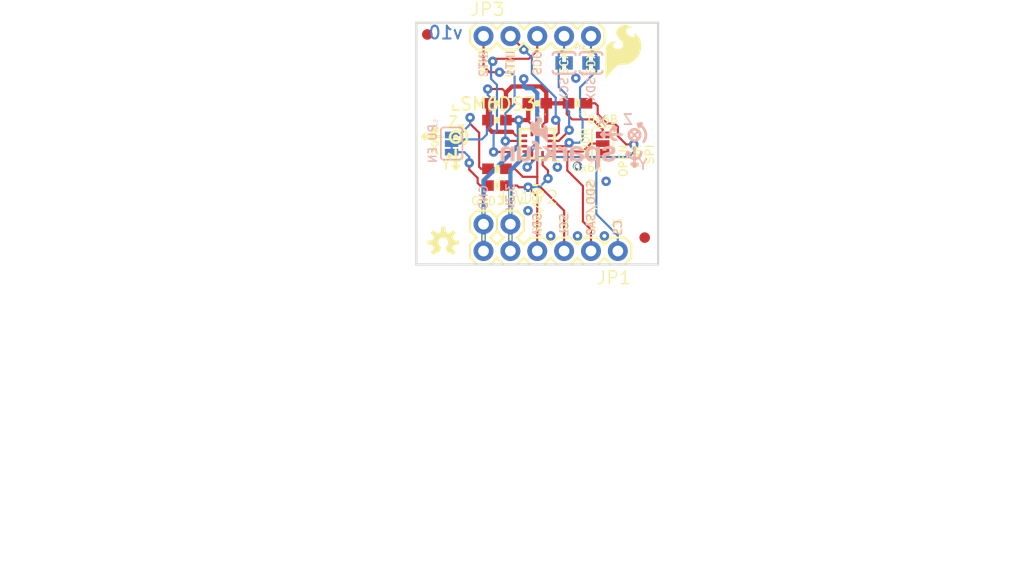
<source format=kicad_pcb>
(kicad_pcb (version 20171130) (host pcbnew "(5.1.12)-1")

  (general
    (thickness 1.6)
    (drawings 149)
    (tracks 203)
    (zones 0)
    (modules 25)
    (nets 15)
  )

  (page A4)
  (layers
    (0 Top signal)
    (31 Bottom signal)
    (32 B.Adhes user)
    (33 F.Adhes user)
    (34 B.Paste user)
    (35 F.Paste user)
    (36 B.SilkS user)
    (37 F.SilkS user)
    (38 B.Mask user)
    (39 F.Mask user)
    (40 Dwgs.User user)
    (41 Cmts.User user)
    (42 Eco1.User user)
    (43 Eco2.User user)
    (44 Edge.Cuts user)
    (45 Margin user)
    (46 B.CrtYd user)
    (47 F.CrtYd user)
    (48 B.Fab user)
    (49 F.Fab user)
  )

  (setup
    (last_trace_width 0.25)
    (trace_clearance 0.2)
    (zone_clearance 0.508)
    (zone_45_only no)
    (trace_min 0.2)
    (via_size 0.8)
    (via_drill 0.4)
    (via_min_size 0.254)
    (via_min_drill 0.3)
    (uvia_size 0.3)
    (uvia_drill 0.1)
    (uvias_allowed no)
    (uvia_min_size 0.2)
    (uvia_min_drill 0.1)
    (edge_width 0.05)
    (segment_width 0.2)
    (pcb_text_width 0.3)
    (pcb_text_size 1.5 1.5)
    (mod_edge_width 0.12)
    (mod_text_size 1 1)
    (mod_text_width 0.15)
    (pad_size 1.524 1.524)
    (pad_drill 0.762)
    (pad_to_mask_clearance 0)
    (aux_axis_origin 0 0)
    (visible_elements FFFFFF7F)
    (pcbplotparams
      (layerselection 0x010fc_ffffffff)
      (usegerberextensions false)
      (usegerberattributes true)
      (usegerberadvancedattributes true)
      (creategerberjobfile true)
      (excludeedgelayer true)
      (linewidth 0.100000)
      (plotframeref false)
      (viasonmask false)
      (mode 1)
      (useauxorigin false)
      (hpglpennumber 1)
      (hpglpenspeed 20)
      (hpglpendiameter 15.000000)
      (psnegative false)
      (psa4output false)
      (plotreference true)
      (plotvalue true)
      (plotinvisibletext false)
      (padsonsilk false)
      (subtractmaskfromsilk false)
      (outputformat 1)
      (mirror false)
      (drillshape 1)
      (scaleselection 1)
      (outputdirectory ""))
  )

  (net 0 "")
  (net 1 GND)
  (net 2 VDD)
  (net 3 SCL)
  (net 4 SDA)
  (net 5 CS)
  (net 6 SDO/SA0)
  (net 7 SDX)
  (net 8 SCX)
  (net 9 INT1)
  (net 10 INT2)
  (net 11 3.3V)
  (net 12 OCS)
  (net 13 N$5)
  (net 14 N$6)

  (net_class Default "This is the default net class."
    (clearance 0.2)
    (trace_width 0.25)
    (via_dia 0.8)
    (via_drill 0.4)
    (uvia_dia 0.3)
    (uvia_drill 0.1)
    (add_net 3.3V)
    (add_net CS)
    (add_net GND)
    (add_net INT1)
    (add_net INT2)
    (add_net N$5)
    (add_net N$6)
    (add_net OCS)
    (add_net SCL)
    (add_net SCX)
    (add_net SDA)
    (add_net SDO/SA0)
    (add_net SDX)
    (add_net VDD)
  )

  (module LSM6DS3_Breakout:CREATIVE_COMMONS (layer Top) (tedit 0) (tstamp 646E547F)
    (at 118.0211 145.6436)
    (fp_text reference FRAME1 (at 0 0) (layer F.SilkS) hide
      (effects (font (size 1.27 1.27) (thickness 0.15)))
    )
    (fp_text value "" (at 0 0) (layer F.SilkS) hide
      (effects (font (size 1.27 1.27) (thickness 0.15)))
    )
    (fp_text user "Designed by:" (at 11.43 0) (layer F.Fab)
      (effects (font (size 1.6891 1.6891) (thickness 0.14224)) (justify left bottom))
    )
    (fp_text user " https://creativecommons.org/licenses/by-sa/4.0/" (at 0 -2.54) (layer F.Fab)
      (effects (font (size 1.6891 1.6891) (thickness 0.14224)) (justify left bottom))
    )
    (fp_text user "Released under the Creative Commons Attribution Share-Alike 4.0 License" (at -20.32 -5.08) (layer F.Fab)
      (effects (font (size 1.6891 1.6891) (thickness 0.14224)) (justify left bottom))
    )
  )

  (module LSM6DS3_Breakout:LGA14L_DOT_INDICATOR (layer Top) (tedit 0) (tstamp 646E5485)
    (at 148.5011 105.0036 180)
    (fp_text reference U2 (at 0 0 180) (layer F.SilkS) hide
      (effects (font (size 1.27 1.27) (thickness 0.15)) (justify right top))
    )
    (fp_text value LSM6DS3 (at 0 0 180) (layer F.SilkS) hide
      (effects (font (size 1.27 1.27) (thickness 0.15)) (justify right top))
    )
    (fp_text user >Name (at -2.5 2.8 180) (layer F.Fab)
      (effects (font (size 0.95 0.95) (thickness 0.15)) (justify left bottom))
    )
    (fp_text user >Value (at -2.5 -1.8 180) (layer F.Fab)
      (effects (font (size 0.95 0.95) (thickness 0.15)) (justify left bottom))
    )
    (fp_poly (pts (xy -0.83 0.98) (xy -0.74 0.98) (xy -0.74 0.58) (xy -0.83 0.58)) (layer Dwgs.User) (width 0))
    (fp_poly (pts (xy 0.74 0.98) (xy 0.83 0.98) (xy 0.83 0.58) (xy 0.74 0.58)) (layer Dwgs.User) (width 0))
    (fp_poly (pts (xy 0.74 -0.58) (xy 0.83 -0.58) (xy 0.83 -0.98) (xy 0.74 -0.98)) (layer Dwgs.User) (width 0))
    (fp_poly (pts (xy -0.83 -0.58) (xy -0.74 -0.58) (xy -0.74 -0.98) (xy -0.83 -0.98)) (layer Dwgs.User) (width 0))
    (fp_poly (pts (xy -1.5 1.25) (xy -0.74 1.25) (xy -0.74 0.98) (xy -1.5 0.98)) (layer Dwgs.User) (width 0))
    (fp_poly (pts (xy 0.74 1.25) (xy 1.5 1.25) (xy 1.5 0.98) (xy 0.74 0.98)) (layer Dwgs.User) (width 0))
    (fp_poly (pts (xy 0.74 -0.98) (xy 1.5 -0.98) (xy 1.5 -1.25) (xy 0.74 -1.25)) (layer Dwgs.User) (width 0))
    (fp_poly (pts (xy -1.5 -0.98) (xy -0.74 -0.98) (xy -0.74 -1.25) (xy -1.5 -1.25)) (layer Dwgs.User) (width 0))
    (fp_poly (pts (xy -0.83 0.58) (xy 0.83 0.58) (xy 0.83 -0.58) (xy -0.83 -0.58)) (layer Dwgs.User) (width 0))
    (fp_line (start -1.925 -1.7) (end -1.975 -1.7) (layer F.SilkS) (width 0.25))
    (fp_line (start 0.67 0.5) (end 1.4 0.5) (layer Dwgs.User) (width 0.01))
    (fp_line (start 0.67 0) (end 1.4 0) (layer Dwgs.User) (width 0.01))
    (fp_line (start 0.67 -0.5) (end 1.4 -0.5) (layer Dwgs.User) (width 0.01))
    (fp_line (start -1.4 0.5) (end -0.67 0.5) (layer Dwgs.User) (width 0.01))
    (fp_line (start -1.4 0) (end -0.67 0) (layer Dwgs.User) (width 0.01))
    (fp_line (start -1.4 -0.5) (end -0.67 -0.5) (layer Dwgs.User) (width 0.01))
    (fp_line (start 0.25 0.42) (end 0.25 1.15) (layer Dwgs.User) (width 0.01))
    (fp_line (start -0.25 0.42) (end -0.25 1.15) (layer Dwgs.User) (width 0.01))
    (fp_line (start 0.25 -1.15) (end 0.25 -0.42) (layer Dwgs.User) (width 0.01))
    (fp_line (start -0.25 -1.15) (end -0.25 -0.42) (layer Dwgs.User) (width 0.01))
    (fp_line (start -1.625 1.375) (end -1.625 -1.375) (layer F.SilkS) (width 0.25))
    (fp_line (start 1.625 1.375) (end -1.625 1.375) (layer F.SilkS) (width 0.25))
    (fp_line (start 1.625 -1.375) (end 1.625 1.375) (layer F.SilkS) (width 0.25))
    (fp_line (start -1.625 -1.375) (end 1.625 -1.375) (layer F.SilkS) (width 0.25))
    (fp_line (start -1.5 -1.25) (end -1.5 1.25) (layer F.Fab) (width 0.1))
    (fp_line (start 1.5 -1.25) (end -1.5 -1.25) (layer F.Fab) (width 0.1))
    (fp_line (start 1.5 1.25) (end 1.5 -1.25) (layer F.Fab) (width 0.1))
    (fp_line (start -1.5 1.25) (end 1.5 1.25) (layer F.Fab) (width 0.1))
    (fp_circle (center -1.95 -1.7) (end -1.85 -1.7) (layer F.SilkS) (width 0.125))
    (pad 14 smd rect (at -0.5 -0.925 270) (size 0.45 0.25) (layers Top F.Paste F.Mask)
      (net 4 SDA) (solder_mask_margin 0.1016))
    (pad 13 smd rect (at 0 -0.925 270) (size 0.45 0.25) (layers Top F.Paste F.Mask)
      (net 3 SCL) (solder_mask_margin 0.1016))
    (pad 12 smd rect (at 0.5 -0.925 270) (size 0.45 0.25) (layers Top F.Paste F.Mask)
      (net 5 CS) (solder_mask_margin 0.1016))
    (pad 11 smd rect (at 1.175 -0.75) (size 0.45 0.25) (layers Top F.Paste F.Mask)
      (solder_mask_margin 0.1016))
    (pad 10 smd rect (at 1.175 -0.25) (size 0.45 0.25) (layers Top F.Paste F.Mask)
      (net 12 OCS) (solder_mask_margin 0.1016))
    (pad 9 smd rect (at 1.175 0.25) (size 0.45 0.25) (layers Top F.Paste F.Mask)
      (net 10 INT2) (solder_mask_margin 0.1016))
    (pad 8 smd rect (at 1.175 0.75) (size 0.45 0.25) (layers Top F.Paste F.Mask)
      (net 2 VDD) (solder_mask_margin 0.1016))
    (pad 7 smd rect (at 0.5 0.925 270) (size 0.45 0.25) (layers Top F.Paste F.Mask)
      (net 1 GND) (solder_mask_margin 0.1016))
    (pad 6 smd rect (at 0 0.925 270) (size 0.45 0.25) (layers Top F.Paste F.Mask)
      (net 1 GND) (solder_mask_margin 0.1016))
    (pad 5 smd rect (at -0.5 0.925 270) (size 0.45 0.25) (layers Top F.Paste F.Mask)
      (net 11 3.3V) (solder_mask_margin 0.1016))
    (pad 4 smd rect (at -1.175 0.75) (size 0.45 0.25) (layers Top F.Paste F.Mask)
      (net 9 INT1) (solder_mask_margin 0.1016))
    (pad 3 smd rect (at -1.175 0.25) (size 0.45 0.25) (layers Top F.Paste F.Mask)
      (net 8 SCX) (solder_mask_margin 0.1016))
    (pad 2 smd rect (at -1.175 -0.25) (size 0.45 0.25) (layers Top F.Paste F.Mask)
      (net 7 SDX) (solder_mask_margin 0.1016))
    (pad 1 smd rect (at -1.175 -0.75) (size 0.45 0.25) (layers Top F.Paste F.Mask)
      (net 6 SDO/SA0) (solder_mask_margin 0.1016))
  )

  (module LSM6DS3_Breakout:0603-CAP (layer Top) (tedit 0) (tstamp 646E54B5)
    (at 144.6911 102.7811)
    (fp_text reference C3 (at -0.889 -0.762) (layer F.SilkS)
      (effects (font (size 0.38608 0.38608) (thickness 0.032512)) (justify left bottom))
    )
    (fp_text value 0.1uF (at -1.016 1.143) (layer F.Fab)
      (effects (font (size 0.38608 0.38608) (thickness 0.032512)) (justify left bottom))
    )
    (fp_poly (pts (xy -0.1999 0.3) (xy 0.1999 0.3) (xy 0.1999 -0.3) (xy -0.1999 -0.3)) (layer F.Adhes) (width 0))
    (fp_poly (pts (xy 0.3302 0.4699) (xy 0.8303 0.4699) (xy 0.8303 -0.4801) (xy 0.3302 -0.4801)) (layer F.Fab) (width 0))
    (fp_poly (pts (xy -0.8382 0.4699) (xy -0.3381 0.4699) (xy -0.3381 -0.4801) (xy -0.8382 -0.4801)) (layer F.Fab) (width 0))
    (fp_line (start 0 -0.0305) (end 0 0.0305) (layer F.SilkS) (width 0.5588))
    (fp_line (start -0.356 0.419) (end 0.356 0.419) (layer F.Fab) (width 0.1016))
    (fp_line (start -0.356 -0.432) (end 0.356 -0.432) (layer F.Fab) (width 0.1016))
    (fp_line (start -1.473 0.983) (end -1.473 -0.983) (layer Dwgs.User) (width 0.0508))
    (fp_line (start 1.473 0.983) (end -1.473 0.983) (layer Dwgs.User) (width 0.0508))
    (fp_line (start 1.473 -0.983) (end 1.473 0.983) (layer Dwgs.User) (width 0.0508))
    (fp_line (start -1.473 -0.983) (end 1.473 -0.983) (layer Dwgs.User) (width 0.0508))
    (pad 2 smd rect (at 0.85 0) (size 1.1 1) (layers Top F.Paste F.Mask)
      (net 1 GND) (solder_mask_margin 0.1016))
    (pad 1 smd rect (at -0.85 0) (size 1.1 1) (layers Top F.Paste F.Mask)
      (net 2 VDD) (solder_mask_margin 0.1016))
  )

  (module LSM6DS3_Breakout:PAD-JUMPER-3-2OF3_NC_BY_PASTE_YES_SILK_FULL_BOX (layer Top) (tedit 0) (tstamp 646E54C4)
    (at 154.69235 105.0036 90)
    (fp_text reference SJ1 (at -1.27 -1.27 90) (layer F.SilkS)
      (effects (font (size 0.38608 0.38608) (thickness 0.032512)) (justify left bottom))
    )
    (fp_text value "" (at -1.27 1.905 90) (layer F.Fab)
      (effects (font (size 0.38608 0.38608) (thickness 0.032512)) (justify left bottom))
    )
    (fp_poly (pts (xy -0.2794 1.016) (xy 1.4224 1.016) (xy 1.4224 -0.9906) (xy -0.2794 -0.9906)) (layer F.Paste) (width 0))
    (fp_text user PASTE (at 0.0635 0.4445 90) (layer F.Fab)
      (effects (font (size 0.2413 0.2413) (thickness 0.02032)) (justify left bottom))
    )
    (fp_line (start 1.016 0.508) (end 1.016 -0.508) (layer F.Fab) (width 0.127))
    (fp_line (start -0.1905 0.508) (end 1.016 0.508) (layer F.Fab) (width 0.127))
    (fp_line (start -0.1905 -0.508) (end -0.1905 0.508) (layer F.Fab) (width 0.127))
    (fp_line (start 1.016 -0.508) (end -0.1905 -0.508) (layer F.Fab) (width 0.127))
    (fp_line (start -1.27 -1.016) (end 1.27 -1.016) (layer F.SilkS) (width 0.1524))
    (fp_line (start -1.524 0.762) (end -1.524 -0.762) (layer F.SilkS) (width 0.1524))
    (fp_line (start 1.524 0.762) (end 1.524 -0.762) (layer F.SilkS) (width 0.1524))
    (fp_arc (start 1.27 0.762) (end 1.27 1.016) (angle -90) (layer F.SilkS) (width 0.1524))
    (fp_arc (start -1.27 0.762) (end -1.524 0.762) (angle -90) (layer F.SilkS) (width 0.1524))
    (fp_arc (start -1.27 -0.762) (end -1.524 -0.762) (angle 90) (layer F.SilkS) (width 0.1524))
    (fp_arc (start 1.27 -0.762) (end 1.27 -1.016) (angle 90) (layer F.SilkS) (width 0.1524))
    (fp_line (start 1.27 1.016) (end -1.27 1.016) (layer F.SilkS) (width 0.1524))
    (pad 3 smd rect (at 0.8128 0 90) (size 0.635 1.27) (layers Top F.Mask)
      (net 11 3.3V) (solder_mask_margin 0.1016))
    (pad 2 smd rect (at 0 0 90) (size 0.635 1.27) (layers Top F.Mask)
      (net 6 SDO/SA0) (solder_mask_margin 0.1016))
    (pad 1 smd rect (at -0.8128 0 90) (size 0.635 1.27) (layers Top F.Mask)
      (net 1 GND) (solder_mask_margin 0.1016))
  )

  (module LSM6DS3_Breakout:0603-CAP (layer Top) (tedit 0) (tstamp 646E54D8)
    (at 148.5011 101.1936 180)
    (fp_text reference C4 (at -0.889 -0.762 180) (layer F.SilkS)
      (effects (font (size 0.38608 0.38608) (thickness 0.032512)) (justify right top))
    )
    (fp_text value 0.1uF (at -1.016 1.143 180) (layer F.Fab)
      (effects (font (size 0.38608 0.38608) (thickness 0.032512)) (justify right top))
    )
    (fp_poly (pts (xy -0.1999 0.3) (xy 0.1999 0.3) (xy 0.1999 -0.3) (xy -0.1999 -0.3)) (layer F.Adhes) (width 0))
    (fp_poly (pts (xy 0.3302 0.4699) (xy 0.8303 0.4699) (xy 0.8303 -0.4801) (xy 0.3302 -0.4801)) (layer F.Fab) (width 0))
    (fp_poly (pts (xy -0.8382 0.4699) (xy -0.3381 0.4699) (xy -0.3381 -0.4801) (xy -0.8382 -0.4801)) (layer F.Fab) (width 0))
    (fp_line (start 0 -0.0305) (end 0 0.0305) (layer F.SilkS) (width 0.5588))
    (fp_line (start -0.356 0.419) (end 0.356 0.419) (layer F.Fab) (width 0.1016))
    (fp_line (start -0.356 -0.432) (end 0.356 -0.432) (layer F.Fab) (width 0.1016))
    (fp_line (start -1.473 0.983) (end -1.473 -0.983) (layer Dwgs.User) (width 0.0508))
    (fp_line (start 1.473 0.983) (end -1.473 0.983) (layer Dwgs.User) (width 0.0508))
    (fp_line (start 1.473 -0.983) (end 1.473 0.983) (layer Dwgs.User) (width 0.0508))
    (fp_line (start -1.473 -0.983) (end 1.473 -0.983) (layer Dwgs.User) (width 0.0508))
    (pad 2 smd rect (at 0.85 0 180) (size 1.1 1) (layers Top F.Paste F.Mask)
      (net 1 GND) (solder_mask_margin 0.1016))
    (pad 1 smd rect (at -0.85 0 180) (size 1.1 1) (layers Top F.Paste F.Mask)
      (net 11 3.3V) (solder_mask_margin 0.1016))
  )

  (module LSM6DS3_Breakout:SFE_LOGO_FLAME_.2 (layer Top) (tedit 0) (tstamp 646E54E7)
    (at 154.612975 99.12985)
    (fp_text reference LOGO1 (at 0 0) (layer F.SilkS) hide
      (effects (font (size 1.27 1.27) (thickness 0.15)))
    )
    (fp_text value SFE_LOGO_FLAME.2_INCH (at 0 0) (layer F.SilkS) hide
      (effects (font (size 1.27 1.27) (thickness 0.15)))
    )
    (fp_poly (pts (xy 3.12 -4.54) (xy 3.12 -4.53) (xy 3.12 -4.49) (xy 3.13 -4.44)
      (xy 3.12 -4.38) (xy 3.11 -4.32) (xy 3.08 -4.27) (xy 3.03 -4.22)
      (xy 2.96 -4.19) (xy 2.89 -4.19) (xy 2.82 -4.21) (xy 2.75 -4.23)
      (xy 2.67 -4.27) (xy 2.6 -4.32) (xy 2.53 -4.37) (xy 2.46 -4.43)
      (xy 2.41 -4.48) (xy 2.36 -4.56) (xy 2.32 -4.62) (xy 2.3 -4.69)
      (xy 2.29 -4.75) (xy 2.3 -4.81) (xy 2.32 -4.86) (xy 2.35 -4.92)
      (xy 2.39 -4.97) (xy 2.47 -5.04) (xy 2.55 -5.08) (xy 2.63 -5.1)
      (xy 2.72 -5.11) (xy 2.79 -5.11) (xy 2.85 -5.11) (xy 2.89 -5.1)
      (xy 2.9 -5.1) (xy 2.87 -5.12) (xy 2.8 -5.17) (xy 2.68 -5.24)
      (xy 2.53 -5.3) (xy 2.35 -5.35) (xy 2.15 -5.36) (xy 1.93 -5.31)
      (xy 1.7 -5.19) (xy 1.53 -5.05) (xy 1.42 -4.89) (xy 1.36 -4.72)
      (xy 1.36 -4.55) (xy 1.41 -4.38) (xy 1.5 -4.2) (xy 1.63 -4.03)
      (xy 1.8 -3.86) (xy 1.93 -3.71) (xy 2 -3.56) (xy 2 -3.42)
      (xy 1.96 -3.29) (xy 1.87 -3.19) (xy 1.75 -3.11) (xy 1.61 -3.07)
      (xy 1.45 -3.07) (xy 1.34 -3.1) (xy 1.25 -3.13) (xy 1.18 -3.19)
      (xy 1.12 -3.25) (xy 1.09 -3.31) (xy 1.07 -3.38) (xy 1.07 -3.45)
      (xy 1.09 -3.51) (xy 1.12 -3.55) (xy 1.16 -3.59) (xy 1.21 -3.63)
      (xy 1.25 -3.66) (xy 1.3 -3.68) (xy 1.34 -3.7) (xy 1.36 -3.71)
      (xy 1.37 -3.72) (xy 1.36 -3.72) (xy 1.33 -3.73) (xy 1.28 -3.75)
      (xy 1.21 -3.76) (xy 1.13 -3.76) (xy 1.03 -3.76) (xy 0.93 -3.74)
      (xy 0.82 -3.71) (xy 0.72 -3.67) (xy 0.63 -3.61) (xy 0.55 -3.53)
      (xy 0.48 -3.44) (xy 0.42 -3.33) (xy 0.38 -3.19) (xy 0.36 -3.03)
      (xy 0.35 -2.84) (xy 0.35 -2.51) (xy 0.35 -2.19) (xy 0.35 -1.87)
      (xy 0.35 -1.55) (xy 0.35 -1.23) (xy 0.35 -0.91) (xy 0.35 -0.59)
      (xy 0.35 -0.27) (xy 0.36 -0.29) (xy 0.4 -0.33) (xy 0.46 -0.4)
      (xy 0.53 -0.49) (xy 0.62 -0.59) (xy 0.72 -0.71) (xy 0.83 -0.83)
      (xy 0.95 -0.96) (xy 1.08 -1.1) (xy 1.19 -1.23) (xy 1.3 -1.34)
      (xy 1.4 -1.43) (xy 1.5 -1.5) (xy 1.61 -1.55) (xy 1.72 -1.58)
      (xy 1.86 -1.58) (xy 2.11 -1.58) (xy 2.35 -1.61) (xy 2.57 -1.67)
      (xy 2.77 -1.76) (xy 2.96 -1.88) (xy 3.13 -2.01) (xy 3.28 -2.17)
      (xy 3.42 -2.35) (xy 3.61 -2.72) (xy 3.71 -3.08) (xy 3.73 -3.43)
      (xy 3.68 -3.76) (xy 3.58 -4.04) (xy 3.45 -4.28) (xy 3.28 -4.45)
      (xy 3.12 -4.55)) (layer F.SilkS) (width 0))
  )

  (module LSM6DS3_Breakout:OSHW-LOGO-S (layer Top) (tedit 0) (tstamp 646E54EB)
    (at 139.6111 114.36985)
    (fp_text reference LOGO2 (at 0 0) (layer F.SilkS) hide
      (effects (font (size 1.27 1.27) (thickness 0.15)))
    )
    (fp_text value OSHW-LOGOS (at 0 0) (layer F.SilkS) hide
      (effects (font (size 1.27 1.27) (thickness 0.15)))
    )
    (fp_poly (pts (xy 0.3947 0.9528) (xy 0.5465 0.8746) (xy 0.9235 1.182) (xy 1.182 0.9235)
      (xy 0.8746 0.5465) (xy 1.0049 0.232) (xy 1.4888 0.1828) (xy 1.4888 -0.1828)
      (xy 1.0049 -0.232) (xy 0.8746 -0.5465) (xy 1.182 -0.9235) (xy 0.9235 -1.182)
      (xy 0.5465 -0.8746) (xy 0.394664 -0.952817) (xy 0.232 -1.0049) (xy 0.1828 -1.4888)
      (xy -0.1828 -1.4888) (xy -0.232 -1.0049) (xy -0.5465 -0.8746) (xy -0.9235 -1.182)
      (xy -1.182 -0.9235) (xy -0.8746 -0.5465) (xy -1.0049 -0.232) (xy -1.4888 -0.1828)
      (xy -1.4888 0.1828) (xy -1.0049 0.232) (xy -0.8746 0.5465) (xy -1.182 0.9235)
      (xy -0.9235 1.182) (xy -0.5465 0.8746) (xy -0.472221 0.916847) (xy -0.3947 0.9528)
      (xy -0.1794 0.4331) (xy -0.179399 0.4331) (xy -0.3315 0.331493) (xy -0.4688 0)
      (xy -0.446639 -0.142321) (xy -0.382309 -0.271193) (xy -0.281885 -0.374447) (xy -0.154849 -0.442333)
      (xy -0.013199 -0.468439) (xy 0.129691 -0.450302) (xy 0.260326 -0.389633) (xy 0.366372 -0.292161)
      (xy 0.437814 -0.167091) (xy 0.467906 -0.026234) (xy 0.453806 0.117111) (xy 0.396846 0.249406)
      (xy 0.302405 0.358159) (xy 0.1794 0.4331)) (layer F.SilkS) (width 0))
  )

  (module LSM6DS3_Breakout:STAND-OFF (layer Top) (tedit 0) (tstamp 646E54EF)
    (at 139.6111 99.9236)
    (descr "<b>Stand Off</b><p>\nThis is the mechanical footprint for a #4 phillips button head screw. Use the keepout ring to avoid running the screw head into surrounding components. SKU : PRT-00447")
    (fp_text reference STANDOFF1 (at 0 0) (layer F.SilkS) hide
      (effects (font (size 1.27 1.27) (thickness 0.15)))
    )
    (fp_text value STAND-OFF (at 0 0) (layer F.SilkS) hide
      (effects (font (size 1.27 1.27) (thickness 0.15)))
    )
    (fp_circle (center 0 0) (end 2.794 0) (layer Dwgs.User) (width 0.127))
    (fp_arc (start 0 0) (end 0 1.8542) (angle 180) (layer Dwgs.User) (width 0.2032))
    (fp_arc (start 0 0) (end 0 1.8542) (angle -180) (layer Dwgs.User) (width 0.2032))
    (fp_arc (start 0 0) (end 0 1.8542) (angle 180) (layer Dwgs.User) (width 0.2032))
    (fp_arc (start 0 0) (end 0 -1.8542) (angle 180) (layer Dwgs.User) (width 0.2032))
    (pad "" np_thru_hole circle (at 0 0) (size 3.302 3.302) (drill 3.302) (layers *.Cu *.Mask))
  )

  (module LSM6DS3_Breakout:STAND-OFF (layer Top) (tedit 0) (tstamp 646E54F8)
    (at 139.6111 110.0836)
    (descr "<b>Stand Off</b><p>\nThis is the mechanical footprint for a #4 phillips button head screw. Use the keepout ring to avoid running the screw head into surrounding components. SKU : PRT-00447")
    (fp_text reference STANDOFF2 (at 0 0) (layer F.SilkS) hide
      (effects (font (size 1.27 1.27) (thickness 0.15)))
    )
    (fp_text value STAND-OFF (at 0 0) (layer F.SilkS) hide
      (effects (font (size 1.27 1.27) (thickness 0.15)))
    )
    (fp_circle (center 0 0) (end 2.794 0) (layer Dwgs.User) (width 0.127))
    (fp_arc (start 0 0) (end 0 1.8542) (angle 180) (layer Dwgs.User) (width 0.2032))
    (fp_arc (start 0 0) (end 0 1.8542) (angle -180) (layer Dwgs.User) (width 0.2032))
    (fp_arc (start 0 0) (end 0 1.8542) (angle 180) (layer Dwgs.User) (width 0.2032))
    (fp_arc (start 0 0) (end 0 -1.8542) (angle 180) (layer Dwgs.User) (width 0.2032))
    (pad "" np_thru_hole circle (at 0 0) (size 3.302 3.302) (drill 3.302) (layers *.Cu *.Mask))
  )

  (module LSM6DS3_Breakout:STAND-OFF (layer Top) (tedit 0) (tstamp 646E5501)
    (at 157.3911 99.9236)
    (descr "<b>Stand Off</b><p>\nThis is the mechanical footprint for a #4 phillips button head screw. Use the keepout ring to avoid running the screw head into surrounding components. SKU : PRT-00447")
    (fp_text reference STANDOFF3 (at 0 0) (layer F.SilkS) hide
      (effects (font (size 1.27 1.27) (thickness 0.15)))
    )
    (fp_text value STAND-OFF (at 0 0) (layer F.SilkS) hide
      (effects (font (size 1.27 1.27) (thickness 0.15)))
    )
    (fp_circle (center 0 0) (end 2.794 0) (layer Dwgs.User) (width 0.127))
    (fp_arc (start 0 0) (end 0 1.8542) (angle 180) (layer Dwgs.User) (width 0.2032))
    (fp_arc (start 0 0) (end 0 1.8542) (angle -180) (layer Dwgs.User) (width 0.2032))
    (fp_arc (start 0 0) (end 0 1.8542) (angle 180) (layer Dwgs.User) (width 0.2032))
    (fp_arc (start 0 0) (end 0 -1.8542) (angle 180) (layer Dwgs.User) (width 0.2032))
    (pad "" np_thru_hole circle (at 0 0) (size 3.302 3.302) (drill 3.302) (layers *.Cu *.Mask))
  )

  (module LSM6DS3_Breakout:STAND-OFF (layer Top) (tedit 0) (tstamp 646E550A)
    (at 157.3911 110.0836)
    (descr "<b>Stand Off</b><p>\nThis is the mechanical footprint for a #4 phillips button head screw. Use the keepout ring to avoid running the screw head into surrounding components. SKU : PRT-00447")
    (fp_text reference STANDOFF4 (at 0 0) (layer F.SilkS) hide
      (effects (font (size 1.27 1.27) (thickness 0.15)))
    )
    (fp_text value STAND-OFF (at 0 0) (layer F.SilkS) hide
      (effects (font (size 1.27 1.27) (thickness 0.15)))
    )
    (fp_circle (center 0 0) (end 2.794 0) (layer Dwgs.User) (width 0.127))
    (fp_arc (start 0 0) (end 0 1.8542) (angle 180) (layer Dwgs.User) (width 0.2032))
    (fp_arc (start 0 0) (end 0 1.8542) (angle -180) (layer Dwgs.User) (width 0.2032))
    (fp_arc (start 0 0) (end 0 1.8542) (angle 180) (layer Dwgs.User) (width 0.2032))
    (fp_arc (start 0 0) (end 0 -1.8542) (angle 180) (layer Dwgs.User) (width 0.2032))
    (pad "" np_thru_hole circle (at 0 0) (size 3.302 3.302) (drill 3.302) (layers *.Cu *.Mask))
  )

  (module LSM6DS3_Breakout:0603-RES (layer Top) (tedit 0) (tstamp 646E5513)
    (at 144.6911 107.38485 180)
    (fp_text reference R1 (at -0.889 -0.762 180) (layer F.SilkS)
      (effects (font (size 0.38608 0.38608) (thickness 0.032512)) (justify right top))
    )
    (fp_text value 4.7K (at -1.016 1.143 180) (layer F.Fab)
      (effects (font (size 0.38608 0.38608) (thickness 0.032512)) (justify right top))
    )
    (fp_poly (pts (xy -0.2286 0.381) (xy 0.2286 0.381) (xy 0.2286 -0.381) (xy -0.2286 -0.381)) (layer F.SilkS) (width 0))
    (fp_poly (pts (xy -0.1999 0.3) (xy 0.1999 0.3) (xy 0.1999 -0.3) (xy -0.1999 -0.3)) (layer F.Adhes) (width 0))
    (fp_poly (pts (xy 0.3302 0.4699) (xy 0.8303 0.4699) (xy 0.8303 -0.4801) (xy 0.3302 -0.4801)) (layer F.Fab) (width 0))
    (fp_poly (pts (xy -0.8382 0.4699) (xy -0.3381 0.4699) (xy -0.3381 -0.4801) (xy -0.8382 -0.4801)) (layer F.Fab) (width 0))
    (fp_line (start -0.356 0.419) (end 0.356 0.419) (layer F.Fab) (width 0.1016))
    (fp_line (start -0.356 -0.432) (end 0.356 -0.432) (layer F.Fab) (width 0.1016))
    (fp_line (start -1.473 0.983) (end -1.473 -0.983) (layer Dwgs.User) (width 0.0508))
    (fp_line (start 1.473 0.983) (end -1.473 0.983) (layer Dwgs.User) (width 0.0508))
    (fp_line (start 1.473 -0.983) (end 1.473 0.983) (layer Dwgs.User) (width 0.0508))
    (fp_line (start -1.473 -0.983) (end 1.473 -0.983) (layer Dwgs.User) (width 0.0508))
    (pad 2 smd rect (at 0.85 0 180) (size 1.1 1) (layers Top F.Paste F.Mask)
      (net 13 N$5) (solder_mask_margin 0.1016))
    (pad 1 smd rect (at -0.85 0 180) (size 1.1 1) (layers Top F.Paste F.Mask)
      (net 3 SCL) (solder_mask_margin 0.1016))
  )

  (module LSM6DS3_Breakout:0603-RES (layer Top) (tedit 0) (tstamp 646E5522)
    (at 144.6911 108.97235 180)
    (fp_text reference R2 (at -0.889 -0.762 180) (layer F.SilkS)
      (effects (font (size 0.38608 0.38608) (thickness 0.032512)) (justify right top))
    )
    (fp_text value 4.7K (at -1.016 1.143 180) (layer F.Fab)
      (effects (font (size 0.38608 0.38608) (thickness 0.032512)) (justify right top))
    )
    (fp_poly (pts (xy -0.2286 0.381) (xy 0.2286 0.381) (xy 0.2286 -0.381) (xy -0.2286 -0.381)) (layer F.SilkS) (width 0))
    (fp_poly (pts (xy -0.1999 0.3) (xy 0.1999 0.3) (xy 0.1999 -0.3) (xy -0.1999 -0.3)) (layer F.Adhes) (width 0))
    (fp_poly (pts (xy 0.3302 0.4699) (xy 0.8303 0.4699) (xy 0.8303 -0.4801) (xy 0.3302 -0.4801)) (layer F.Fab) (width 0))
    (fp_poly (pts (xy -0.8382 0.4699) (xy -0.3381 0.4699) (xy -0.3381 -0.4801) (xy -0.8382 -0.4801)) (layer F.Fab) (width 0))
    (fp_line (start -0.356 0.419) (end 0.356 0.419) (layer F.Fab) (width 0.1016))
    (fp_line (start -0.356 -0.432) (end 0.356 -0.432) (layer F.Fab) (width 0.1016))
    (fp_line (start -1.473 0.983) (end -1.473 -0.983) (layer Dwgs.User) (width 0.0508))
    (fp_line (start 1.473 0.983) (end -1.473 0.983) (layer Dwgs.User) (width 0.0508))
    (fp_line (start 1.473 -0.983) (end 1.473 0.983) (layer Dwgs.User) (width 0.0508))
    (fp_line (start -1.473 -0.983) (end 1.473 -0.983) (layer Dwgs.User) (width 0.0508))
    (pad 2 smd rect (at 0.85 0 180) (size 1.1 1) (layers Top F.Paste F.Mask)
      (net 14 N$6) (solder_mask_margin 0.1016))
    (pad 1 smd rect (at -0.85 0 180) (size 1.1 1) (layers Top F.Paste F.Mask)
      (net 4 SDA) (solder_mask_margin 0.1016))
  )

  (module LSM6DS3_Breakout:0603 (layer Top) (tedit 0) (tstamp 646E5531)
    (at 144.6911 101.1936 180)
    (fp_text reference L1 (at -0.889 -0.762 180) (layer F.SilkS)
      (effects (font (size 0.38608 0.38608) (thickness 0.032512)) (justify right top))
    )
    (fp_text value RES-07859 (at -1.016 1.143 180) (layer F.Fab)
      (effects (font (size 0.38608 0.38608) (thickness 0.032512)) (justify right top))
    )
    (fp_circle (center 0 0) (end 0.218496 0) (layer F.SilkS) (width 0.127))
    (fp_circle (center 0 0) (end 0.0254 0) (layer F.SilkS) (width 0.127))
    (fp_circle (center 0 0) (end 0.127 0) (layer F.SilkS) (width 0.127))
    (fp_poly (pts (xy -0.1999 0.3) (xy 0.1999 0.3) (xy 0.1999 -0.3) (xy -0.1999 -0.3)) (layer F.Adhes) (width 0))
    (fp_poly (pts (xy 0.3302 0.4699) (xy 0.8303 0.4699) (xy 0.8303 -0.4801) (xy 0.3302 -0.4801)) (layer F.Fab) (width 0))
    (fp_poly (pts (xy -0.8382 0.4699) (xy -0.3381 0.4699) (xy -0.3381 -0.4801) (xy -0.8382 -0.4801)) (layer F.Fab) (width 0))
    (fp_line (start -0.356 0.419) (end 0.356 0.419) (layer F.Fab) (width 0.1016))
    (fp_line (start -0.356 -0.432) (end 0.356 -0.432) (layer F.Fab) (width 0.1016))
    (fp_line (start -1.473 0.983) (end -1.473 -0.983) (layer Dwgs.User) (width 0.0508))
    (fp_line (start 1.473 0.983) (end -1.473 0.983) (layer Dwgs.User) (width 0.0508))
    (fp_line (start 1.473 -0.983) (end 1.473 0.983) (layer Dwgs.User) (width 0.0508))
    (fp_line (start -1.473 -0.983) (end 1.473 -0.983) (layer Dwgs.User) (width 0.0508))
    (pad 2 smd rect (at 0.85 0 180) (size 1.1 1) (layers Top F.Paste F.Mask)
      (net 2 VDD) (solder_mask_margin 0.1016))
    (pad 1 smd rect (at -0.85 0 180) (size 1.1 1) (layers Top F.Paste F.Mask)
      (net 11 3.3V) (solder_mask_margin 0.1016))
  )

  (module LSM6DS3_Breakout:FIDUCIAL-1X2 (layer Top) (tedit 0) (tstamp 646E5542)
    (at 138.102975 94.68485)
    (fp_text reference FID1 (at 0 0) (layer F.SilkS) hide
      (effects (font (size 1.27 1.27) (thickness 0.15)))
    )
    (fp_text value FIDUCIAL1X2 (at 0 0) (layer F.SilkS) hide
      (effects (font (size 1.27 1.27) (thickness 0.15)))
    )
    (pad 1 smd roundrect (at 0 0) (size 1 1) (layers Top F.Mask) (roundrect_rratio 0.5)
      (solder_mask_margin 0.1016))
  )

  (module LSM6DS3_Breakout:FIDUCIAL-1X2 (layer Top) (tedit 0) (tstamp 646E5546)
    (at 158.6611 113.8936)
    (fp_text reference FID2 (at 0 0) (layer F.SilkS) hide
      (effects (font (size 1.27 1.27) (thickness 0.15)))
    )
    (fp_text value FIDUCIAL1X2 (at 0 0) (layer F.SilkS) hide
      (effects (font (size 1.27 1.27) (thickness 0.15)))
    )
    (pad 1 smd roundrect (at 0 0) (size 1 1) (layers Top F.Mask) (roundrect_rratio 0.5)
      (solder_mask_margin 0.1016))
  )

  (module LSM6DS3_Breakout:0603-RES (layer Top) (tedit 0) (tstamp 646E554A)
    (at 152.3111 101.1936 180)
    (fp_text reference R3 (at -0.889 -0.762 180) (layer F.SilkS)
      (effects (font (size 0.38608 0.38608) (thickness 0.032512)) (justify right top))
    )
    (fp_text value 10K (at -1.016 1.143 180) (layer F.Fab)
      (effects (font (size 0.38608 0.38608) (thickness 0.032512)) (justify right top))
    )
    (fp_poly (pts (xy -0.2286 0.381) (xy 0.2286 0.381) (xy 0.2286 -0.381) (xy -0.2286 -0.381)) (layer F.SilkS) (width 0))
    (fp_poly (pts (xy -0.1999 0.3) (xy 0.1999 0.3) (xy 0.1999 -0.3) (xy -0.1999 -0.3)) (layer F.Adhes) (width 0))
    (fp_poly (pts (xy 0.3302 0.4699) (xy 0.8303 0.4699) (xy 0.8303 -0.4801) (xy 0.3302 -0.4801)) (layer F.Fab) (width 0))
    (fp_poly (pts (xy -0.8382 0.4699) (xy -0.3381 0.4699) (xy -0.3381 -0.4801) (xy -0.8382 -0.4801)) (layer F.Fab) (width 0))
    (fp_line (start -0.356 0.419) (end 0.356 0.419) (layer F.Fab) (width 0.1016))
    (fp_line (start -0.356 -0.432) (end 0.356 -0.432) (layer F.Fab) (width 0.1016))
    (fp_line (start -1.473 0.983) (end -1.473 -0.983) (layer Dwgs.User) (width 0.0508))
    (fp_line (start 1.473 0.983) (end -1.473 0.983) (layer Dwgs.User) (width 0.0508))
    (fp_line (start 1.473 -0.983) (end 1.473 0.983) (layer Dwgs.User) (width 0.0508))
    (fp_line (start -1.473 -0.983) (end 1.473 -0.983) (layer Dwgs.User) (width 0.0508))
    (pad 2 smd rect (at 0.85 0 180) (size 1.1 1) (layers Top F.Paste F.Mask)
      (net 11 3.3V) (solder_mask_margin 0.1016))
    (pad 1 smd rect (at -0.85 0 180) (size 1.1 1) (layers Top F.Paste F.Mask)
      (net 5 CS) (solder_mask_margin 0.1016))
  )

  (module LSM6DS3_Breakout:PAD-JUMPER-3-3OF3_NC_BY_TRACE_YES_SILK_FULL_BOX (layer Bottom) (tedit 0) (tstamp 646E5559)
    (at 140.40485 105.0036 270)
    (fp_text reference SJ2 (at -1.27 1.27 270) (layer B.SilkS)
      (effects (font (size 0.38608 0.38608) (thickness 0.032512)) (justify right bottom mirror))
    )
    (fp_text value S_MODE (at -1.27 -1.905 270) (layer B.Fab)
      (effects (font (size 0.38608 0.38608) (thickness 0.032512)) (justify right bottom mirror))
    )
    (fp_line (start 0.254 0) (end 1.016 0) (layer Bottom) (width 0.2032))
    (fp_line (start -1.016 0) (end -0.254 0) (layer Bottom) (width 0.2032))
    (fp_line (start -1.27 1.016) (end 1.27 1.016) (layer B.SilkS) (width 0.1524))
    (fp_line (start -1.524 -0.762) (end -1.524 0.762) (layer B.SilkS) (width 0.1524))
    (fp_line (start 1.524 -0.762) (end 1.524 0.762) (layer B.SilkS) (width 0.1524))
    (fp_arc (start 1.27 -0.762) (end 1.27 -1.016) (angle 90) (layer B.SilkS) (width 0.1524))
    (fp_arc (start -1.27 -0.762) (end -1.524 -0.762) (angle 90) (layer B.SilkS) (width 0.1524))
    (fp_arc (start -1.27 0.762) (end -1.524 0.762) (angle -90) (layer B.SilkS) (width 0.1524))
    (fp_arc (start 1.27 0.762) (end 1.27 1.016) (angle -90) (layer B.SilkS) (width 0.1524))
    (fp_line (start 1.27 -1.016) (end -1.27 -1.016) (layer B.SilkS) (width 0.1524))
    (pad 3 smd rect (at 0.8128 0 270) (size 0.635 1.27) (layers Bottom B.Mask)
      (net 14 N$6) (solder_mask_margin 0.1016))
    (pad 2 smd rect (at 0 0 270) (size 0.635 1.27) (layers Bottom B.Mask)
      (net 11 3.3V) (solder_mask_margin 0.1016))
    (pad 1 smd rect (at -0.8128 0 270) (size 0.635 1.27) (layers Bottom B.Mask)
      (net 13 N$5) (solder_mask_margin 0.1016))
  )

  (module LSM6DS3_Breakout:1X06_NO_SILK_YES_STOP (layer Top) (tedit 0) (tstamp 646E5569)
    (at 156.1211 115.1636 180)
    (fp_text reference JP1 (at -1.3462 -1.8288 180) (layer F.SilkS)
      (effects (font (size 1.2065 1.2065) (thickness 0.127)) (justify right top))
    )
    (fp_text value IO (at -1.27 3.175 180) (layer F.Fab)
      (effects (font (size 1.2065 1.2065) (thickness 0.1016)) (justify right top))
    )
    (fp_poly (pts (xy -0.254 0.254) (xy 0.254 0.254) (xy 0.254 -0.254) (xy -0.254 -0.254)) (layer F.Fab) (width 0))
    (fp_poly (pts (xy 2.286 0.254) (xy 2.794 0.254) (xy 2.794 -0.254) (xy 2.286 -0.254)) (layer F.Fab) (width 0))
    (fp_poly (pts (xy 4.826 0.254) (xy 5.334 0.254) (xy 5.334 -0.254) (xy 4.826 -0.254)) (layer F.Fab) (width 0))
    (fp_poly (pts (xy 7.366 0.254) (xy 7.874 0.254) (xy 7.874 -0.254) (xy 7.366 -0.254)) (layer F.Fab) (width 0))
    (fp_poly (pts (xy 9.906 0.254) (xy 10.414 0.254) (xy 10.414 -0.254) (xy 9.906 -0.254)) (layer F.Fab) (width 0))
    (fp_poly (pts (xy 12.446 0.254) (xy 12.954 0.254) (xy 12.954 -0.254) (xy 12.446 -0.254)) (layer F.Fab) (width 0))
    (pad 6 thru_hole circle (at 12.7 0 270) (size 1.8796 1.8796) (drill 1.016) (layers *.Cu *.Mask)
      (net 1 GND) (solder_mask_margin 0.1016))
    (pad 5 thru_hole circle (at 10.16 0 270) (size 1.8796 1.8796) (drill 1.016) (layers *.Cu *.Mask)
      (net 11 3.3V) (solder_mask_margin 0.1016))
    (pad 4 thru_hole circle (at 7.62 0 270) (size 1.8796 1.8796) (drill 1.016) (layers *.Cu *.Mask)
      (net 4 SDA) (solder_mask_margin 0.1016))
    (pad 3 thru_hole circle (at 5.08 0 270) (size 1.8796 1.8796) (drill 1.016) (layers *.Cu *.Mask)
      (net 3 SCL) (solder_mask_margin 0.1016))
    (pad 2 thru_hole circle (at 2.54 0 270) (size 1.8796 1.8796) (drill 1.016) (layers *.Cu *.Mask)
      (net 6 SDO/SA0) (solder_mask_margin 0.1016))
    (pad 1 thru_hole circle (at 0 0 270) (size 1.8796 1.8796) (drill 1.016) (layers *.Cu *.Mask)
      (net 5 CS) (solder_mask_margin 0.1016))
  )

  (module LSM6DS3_Breakout:PAD-JUMPER-2-NC_BY_TRACE_YES_SILK (layer Bottom) (tedit 0) (tstamp 646E5578)
    (at 153.5811 97.3836)
    (descr "Solder jumper, small, shorted with trace. No paste layer. Trace is cuttable.")
    (fp_text reference SJ3 (at -0.9525 1.27) (layer B.SilkS)
      (effects (font (size 0.38608 0.38608) (thickness 0.032512)) (justify right bottom mirror))
    )
    (fp_text value JUMPER-PAD-2-NC_BY_TRACE (at -0.9525 -1.651) (layer B.Fab)
      (effects (font (size 0.38608 0.38608) (thickness 0.032512)) (justify right bottom mirror))
    )
    (fp_line (start -0.381 0) (end 0.381 0) (layer Bottom) (width 0.2032))
    (fp_line (start -0.8255 1.016) (end 0.8255 1.016) (layer B.SilkS) (width 0.2032))
    (fp_arc (start 0.8255 -0.762) (end 0.8255 -1.016) (angle 90) (layer B.SilkS) (width 0.2032))
    (fp_arc (start -0.8255 -0.762) (end -1.0795 -0.762) (angle 90) (layer B.SilkS) (width 0.2032))
    (fp_arc (start -0.8255 0.762) (end -1.0795 0.762) (angle -90) (layer B.SilkS) (width 0.2032))
    (fp_arc (start 0.8255 0.762) (end 0.8255 1.016) (angle -90) (layer B.SilkS) (width 0.2032))
    (fp_line (start 0.8255 -1.016) (end -0.8255 -1.016) (layer B.SilkS) (width 0.2032))
    (pad 2 smd rect (at 0.508 0) (size 0.635 1.27) (layers Bottom B.Mask)
      (net 7 SDX) (solder_mask_margin 0.1016))
    (pad 1 smd rect (at -0.508 0) (size 0.635 1.27) (layers Bottom B.Mask)
      (net 1 GND) (solder_mask_margin 0.1016))
  )

  (module LSM6DS3_Breakout:PAD-JUMPER-2-NC_BY_TRACE_YES_SILK (layer Bottom) (tedit 0) (tstamp 646E5584)
    (at 151.0411 97.3836 180)
    (descr "Solder jumper, small, shorted with trace. No paste layer. Trace is cuttable.")
    (fp_text reference SJ4 (at -0.9525 1.27 180) (layer B.SilkS)
      (effects (font (size 0.38608 0.38608) (thickness 0.032512)) (justify right bottom mirror))
    )
    (fp_text value JUMPER-PAD-2-NC_BY_TRACE (at -0.9525 -1.651 180) (layer B.Fab)
      (effects (font (size 0.38608 0.38608) (thickness 0.032512)) (justify right bottom mirror))
    )
    (fp_line (start -0.381 0) (end 0.381 0) (layer Bottom) (width 0.2032))
    (fp_line (start -0.8255 1.016) (end 0.8255 1.016) (layer B.SilkS) (width 0.2032))
    (fp_arc (start 0.8255 -0.762) (end 0.8255 -1.016) (angle 90) (layer B.SilkS) (width 0.2032))
    (fp_arc (start -0.8255 -0.762) (end -1.0795 -0.762) (angle 90) (layer B.SilkS) (width 0.2032))
    (fp_arc (start -0.8255 0.762) (end -1.0795 0.762) (angle -90) (layer B.SilkS) (width 0.2032))
    (fp_arc (start 0.8255 0.762) (end 0.8255 1.016) (angle -90) (layer B.SilkS) (width 0.2032))
    (fp_line (start 0.8255 -1.016) (end -0.8255 -1.016) (layer B.SilkS) (width 0.2032))
    (pad 2 smd rect (at 0.508 0 180) (size 0.635 1.27) (layers Bottom B.Mask)
      (net 8 SCX) (solder_mask_margin 0.1016))
    (pad 1 smd rect (at -0.508 0 180) (size 0.635 1.27) (layers Bottom B.Mask)
      (net 1 GND) (solder_mask_margin 0.1016))
  )

  (module LSM6DS3_Breakout:1X01_NO_SILK (layer Top) (tedit 0) (tstamp 646E5590)
    (at 145.9611 112.6236)
    (fp_text reference JP2 (at 1.1938 -1.8288) (layer F.SilkS)
      (effects (font (size 1.2065 1.2065) (thickness 0.09652)) (justify left bottom))
    )
    (fp_text value 3.3V (at -1.27 5.715) (layer F.Fab)
      (effects (font (size 1.2065 1.2065) (thickness 0.09652)) (justify left bottom))
    )
    (fp_poly (pts (xy -0.254 0.254) (xy 0.254 0.254) (xy 0.254 -0.254) (xy -0.254 -0.254)) (layer F.Fab) (width 0))
    (pad 1 thru_hole circle (at 0 0 90) (size 1.8796 1.8796) (drill 1.016) (layers *.Cu *.Mask)
      (net 11 3.3V) (solder_mask_margin 0.1016))
  )

  (module LSM6DS3_Breakout:1X01_NO_SILK (layer Top) (tedit 0) (tstamp 646E5595)
    (at 143.4211 112.6236)
    (fp_text reference JP11 (at 1.1938 -1.8288) (layer F.SilkS)
      (effects (font (size 1.2065 1.2065) (thickness 0.09652)) (justify left bottom))
    )
    (fp_text value GND (at -3.81 5.715) (layer F.Fab)
      (effects (font (size 1.2065 1.2065) (thickness 0.09652)) (justify left bottom))
    )
    (fp_poly (pts (xy -0.254 0.254) (xy 0.254 0.254) (xy 0.254 -0.254) (xy -0.254 -0.254)) (layer F.Fab) (width 0))
    (pad 1 thru_hole circle (at 0 0 90) (size 1.8796 1.8796) (drill 1.016) (layers *.Cu *.Mask)
      (net 1 GND) (solder_mask_margin 0.1016))
  )

  (module LSM6DS3_Breakout:SFE_LOGO_NAME_FLAME_.1 (layer Bottom) (tedit 0) (tstamp 646E559A)
    (at 156.359225 107.622975 180)
    (fp_text reference LOGO3 (at 0 0 180) (layer B.SilkS) hide
      (effects (font (size 1.27 1.27) (thickness 0.15)) (justify mirror))
    )
    (fp_text value SFE_LOGO_NAME_FLAME.1_INCH (at 0 0 180) (layer B.SilkS) hide
      (effects (font (size 1.27 1.27) (thickness 0.15)) (justify mirror))
    )
    (fp_poly (pts (xy 8.25 4.78) (xy 8.25 4.76) (xy 8.25 4.73) (xy 8.25 4.7)
      (xy 8.24 4.67) (xy 8.23 4.64) (xy 8.2 4.62) (xy 8.17 4.61)
      (xy 8.14 4.61) (xy 8.1 4.61) (xy 8.06 4.63) (xy 8.02 4.65)
      (xy 7.99 4.67) (xy 7.95 4.7) (xy 7.92 4.72) (xy 7.89 4.75)
      (xy 7.87 4.79) (xy 7.85 4.82) (xy 7.84 4.86) (xy 7.83 4.89)
      (xy 7.84 4.92) (xy 7.85 4.94) (xy 7.86 4.97) (xy 7.88 5)
      (xy 7.92 5.03) (xy 7.96 5.05) (xy 8.01 5.06) (xy 8.05 5.07)
      (xy 8.08 5.07) (xy 8.11 5.06) (xy 8.13 5.06) (xy 8.14 5.06)
      (xy 8.13 5.07) (xy 8.09 5.1) (xy 8.03 5.13) (xy 7.95 5.16)
      (xy 7.86 5.19) (xy 7.76 5.19) (xy 7.65 5.17) (xy 7.54 5.11)
      (xy 7.45 5.03) (xy 7.4 4.96) (xy 7.37 4.87) (xy 7.37 4.79)
      (xy 7.39 4.7) (xy 7.44 4.61) (xy 7.51 4.53) (xy 7.59 4.44)
      (xy 7.66 4.36) (xy 7.69 4.29) (xy 7.69 4.22) (xy 7.67 4.16)
      (xy 7.63 4.11) (xy 7.57 4.07) (xy 7.49 4.05) (xy 7.41 4.05)
      (xy 7.36 4.06) (xy 7.31 4.08) (xy 7.28 4.1) (xy 7.25 4.13)
      (xy 7.23 4.17) (xy 7.22 4.2) (xy 7.22 4.23) (xy 7.23 4.26)
      (xy 7.25 4.29) (xy 7.27 4.31) (xy 7.29 4.33) (xy 7.32 4.34)
      (xy 7.34 4.35) (xy 7.36 4.36) (xy 7.37 4.37) (xy 7.35 4.38)
      (xy 7.33 4.38) (xy 7.29 4.39) (xy 7.25 4.39) (xy 7.21 4.39)
      (xy 7.15 4.38) (xy 7.1 4.36) (xy 7.05 4.34) (xy 7.01 4.31)
      (xy 6.96 4.28) (xy 6.93 4.23) (xy 6.9 4.17) (xy 6.88 4.11)
      (xy 6.87 4.02) (xy 6.86 3.93) (xy 6.86 3.77) (xy 6.86 3.61)
      (xy 6.86 3.45) (xy 6.86 3.29) (xy 6.86 3.13) (xy 6.86 2.97)
      (xy 6.86 2.81) (xy 6.86 2.65) (xy 6.87 2.65) (xy 6.89 2.68)
      (xy 6.92 2.71) (xy 6.95 2.75) (xy 7 2.8) (xy 7.05 2.86)
      (xy 7.11 2.92) (xy 7.16 2.99) (xy 7.23 3.06) (xy 7.29 3.12)
      (xy 7.34 3.18) (xy 7.39 3.22) (xy 7.44 3.26) (xy 7.49 3.29)
      (xy 7.55 3.3) (xy 7.62 3.3) (xy 7.74 3.3) (xy 7.86 3.32)
      (xy 7.97 3.35) (xy 8.07 3.39) (xy 8.17 3.45) (xy 8.25 3.52)
      (xy 8.33 3.6) (xy 8.4 3.69) (xy 8.5 3.87) (xy 8.55 4.05)
      (xy 8.56 4.23) (xy 8.53 4.39) (xy 8.48 4.53) (xy 8.41 4.65)
      (xy 8.33 4.74)) (layer B.SilkS) (width 0))
    (fp_poly (pts (xy 10 2.36) (xy 10.05 2.36) (xy 10.1 2.36) (xy 10.14 2.36)
      (xy 10.19 2.36) (xy 10.23 2.36) (xy 10.28 2.36) (xy 10.33 2.36)
      (xy 10.37 2.36) (xy 10.37 2.33) (xy 10.37 2.31) (xy 10.37 2.28)
      (xy 10.37 2.26) (xy 10.37 2.23) (xy 10.37 2.21) (xy 10.37 2.18)
      (xy 10.37 2.16) (xy 10.38 2.16) (xy 10.42 2.22) (xy 10.46 2.26)
      (xy 10.51 2.3) (xy 10.57 2.34) (xy 10.63 2.36) (xy 10.69 2.38)
      (xy 10.75 2.39) (xy 10.81 2.39) (xy 10.95 2.38) (xy 11.06 2.35)
      (xy 11.15 2.3) (xy 11.22 2.23) (xy 11.27 2.15) (xy 11.3 2.05)
      (xy 11.32 1.94) (xy 11.33 1.81) (xy 11.33 1.7) (xy 11.33 1.59)
      (xy 11.33 1.49) (xy 11.33 1.38) (xy 11.33 1.27) (xy 11.33 1.16)
      (xy 11.33 1.05) (xy 11.33 0.94) (xy 11.28 0.94) (xy 11.23 0.94)
      (xy 11.18 0.94) (xy 11.13 0.94) (xy 11.08 0.94) (xy 11.03 0.94)
      (xy 10.99 0.94) (xy 10.94 0.94) (xy 10.94 1.04) (xy 10.94 1.14)
      (xy 10.94 1.24) (xy 10.94 1.34) (xy 10.94 1.44) (xy 10.94 1.54)
      (xy 10.94 1.64) (xy 10.94 1.74) (xy 10.93 1.82) (xy 10.92 1.89)
      (xy 10.91 1.95) (xy 10.88 2) (xy 10.85 2.04) (xy 10.8 2.07)
      (xy 10.75 2.08) (xy 10.69 2.09) (xy 10.61 2.08) (xy 10.55 2.07)
      (xy 10.5 2.04) (xy 10.46 1.99) (xy 10.43 1.94) (xy 10.4 1.87)
      (xy 10.39 1.78) (xy 10.39 1.68) (xy 10.39 1.59) (xy 10.39 1.5)
      (xy 10.39 1.41) (xy 10.39 1.31) (xy 10.39 1.22) (xy 10.39 1.13)
      (xy 10.39 1.03) (xy 10.39 0.94) (xy 10.34 0.94) (xy 10.29 0.94)
      (xy 10.24 0.94) (xy 10.19 0.94) (xy 10.14 0.94) (xy 10.1 0.94)
      (xy 10.05 0.94) (xy 10 0.94) (xy 10 1.12) (xy 10 1.3)
      (xy 10 1.47) (xy 10 1.65) (xy 10 1.83) (xy 10 2)
      (xy 10 2.18)) (layer B.SilkS) (width 0))
    (fp_poly (pts (xy 9.79 0.94) (xy 9.74 0.94) (xy 9.7 0.94) (xy 9.65 0.94)
      (xy 9.6 0.94) (xy 9.56 0.94) (xy 9.51 0.94) (xy 9.47 0.94)
      (xy 9.42 0.94) (xy 9.42 0.97) (xy 9.42 0.99) (xy 9.42 1.02)
      (xy 9.42 1.04) (xy 9.42 1.06) (xy 9.42 1.09) (xy 9.42 1.11)
      (xy 9.42 1.14) (xy 9.41 1.14) (xy 9.37 1.08) (xy 9.33 1.03)
      (xy 9.28 0.99) (xy 9.22 0.96) (xy 9.17 0.94) (xy 9.11 0.92)
      (xy 9.04 0.91) (xy 8.98 0.9) (xy 8.84 0.91) (xy 8.73 0.95)
      (xy 8.64 1) (xy 8.57 1.06) (xy 8.52 1.15) (xy 8.49 1.25)
      (xy 8.47 1.36) (xy 8.47 1.49) (xy 8.47 1.59) (xy 8.47 1.7)
      (xy 8.47 1.81) (xy 8.47 1.92) (xy 8.47 2.03) (xy 8.47 2.14)
      (xy 8.47 2.25) (xy 8.47 2.36) (xy 8.51 2.36) (xy 8.56 2.36)
      (xy 8.61 2.36) (xy 8.66 2.36) (xy 8.71 2.36) (xy 8.76 2.36)
      (xy 8.81 2.36) (xy 8.85 2.36) (xy 8.85 2.26) (xy 8.85 2.16)
      (xy 8.85 2.06) (xy 8.85 1.96) (xy 8.85 1.86) (xy 8.85 1.76)
      (xy 8.85 1.66) (xy 8.85 1.56) (xy 8.86 1.48) (xy 8.87 1.4)
      (xy 8.88 1.34) (xy 8.91 1.3) (xy 8.94 1.26) (xy 8.99 1.23)
      (xy 9.04 1.22) (xy 9.1 1.21) (xy 9.18 1.22) (xy 9.24 1.23)
      (xy 9.29 1.26) (xy 9.33 1.3) (xy 9.36 1.36) (xy 9.39 1.43)
      (xy 9.4 1.51) (xy 9.4 1.61) (xy 9.4 1.71) (xy 9.4 1.8)
      (xy 9.4 1.89) (xy 9.4 1.98) (xy 9.4 2.08) (xy 9.4 2.17)
      (xy 9.4 2.26) (xy 9.4 2.36) (xy 9.45 2.36) (xy 9.5 2.36)
      (xy 9.55 2.36) (xy 9.6 2.36) (xy 9.65 2.36) (xy 9.7 2.36)
      (xy 9.74 2.36) (xy 9.79 2.36) (xy 9.79 2.18) (xy 9.79 2)
      (xy 9.79 1.83) (xy 9.79 1.65) (xy 9.79 1.47) (xy 9.79 1.29)
      (xy 9.79 1.12)) (layer B.SilkS) (width 0))
    (fp_poly (pts (xy 7.7 2.1) (xy 7.65 2.1) (xy 7.6 2.1) (xy 7.55 2.1)
      (xy 7.51 2.1) (xy 7.46 2.1) (xy 7.41 2.1) (xy 7.36 2.1)
      (xy 7.31 2.1) (xy 7.35 2.13) (xy 7.38 2.16) (xy 7.41 2.19)
      (xy 7.45 2.23) (xy 7.48 2.26) (xy 7.51 2.29) (xy 7.55 2.32)
      (xy 7.58 2.36) (xy 7.59 2.36) (xy 7.61 2.36) (xy 7.62 2.36)
      (xy 7.64 2.36) (xy 7.65 2.36) (xy 7.67 2.36) (xy 7.68 2.36)
      (xy 7.7 2.36) (xy 7.7 2.37) (xy 7.7 2.38) (xy 7.7 2.4)
      (xy 7.7 2.41) (xy 7.7 2.42) (xy 7.7 2.44) (xy 7.7 2.45)
      (xy 7.7 2.46) (xy 7.7 2.56) (xy 7.73 2.64) (xy 7.76 2.71)
      (xy 7.81 2.77) (xy 7.88 2.82) (xy 7.96 2.86) (xy 8.06 2.89)
      (xy 8.17 2.89) (xy 8.2 2.89) (xy 8.22 2.89) (xy 8.25 2.89)
      (xy 8.27 2.89) (xy 8.3 2.89) (xy 8.32 2.89) (xy 8.35 2.89)
      (xy 8.37 2.88) (xy 8.37 2.85) (xy 8.37 2.81) (xy 8.37 2.78)
      (xy 8.37 2.74) (xy 8.37 2.7) (xy 8.37 2.67) (xy 8.37 2.63)
      (xy 8.37 2.6) (xy 8.36 2.6) (xy 8.34 2.6) (xy 8.32 2.6)
      (xy 8.3 2.6) (xy 8.29 2.6) (xy 8.27 2.6) (xy 8.25 2.6)
      (xy 8.23 2.6) (xy 8.2 2.6) (xy 8.16 2.59) (xy 8.14 2.58)
      (xy 8.12 2.57) (xy 8.1 2.54) (xy 8.09 2.52) (xy 8.09 2.48)
      (xy 8.08 2.44) (xy 8.08 2.43) (xy 8.08 2.42) (xy 8.08 2.41)
      (xy 8.08 2.4) (xy 8.08 2.39) (xy 8.08 2.38) (xy 8.08 2.37)
      (xy 8.08 2.36) (xy 8.12 2.36) (xy 8.15 2.36) (xy 8.19 2.36)
      (xy 8.22 2.36) (xy 8.25 2.36) (xy 8.29 2.36) (xy 8.32 2.36)
      (xy 8.35 2.36) (xy 8.35 2.32) (xy 8.35 2.29) (xy 8.35 2.26)
      (xy 8.35 2.23) (xy 8.35 2.19) (xy 8.35 2.16) (xy 8.35 2.13)
      (xy 8.35 2.1) (xy 8.32 2.1) (xy 8.29 2.1) (xy 8.25 2.1)
      (xy 8.22 2.1) (xy 8.19 2.1) (xy 8.15 2.1) (xy 8.12 2.1)
      (xy 8.08 2.1) (xy 8.08 1.95) (xy 8.08 1.81) (xy 8.08 1.66)
      (xy 8.08 1.52) (xy 8.08 1.37) (xy 8.08 1.23) (xy 8.08 1.09)
      (xy 8.08 0.94) (xy 8.04 0.94) (xy 7.99 0.94) (xy 7.94 0.94)
      (xy 7.89 0.94) (xy 7.84 0.94) (xy 7.79 0.94) (xy 7.74 0.94)
      (xy 7.7 0.94) (xy 7.7 1.09) (xy 7.7 1.23) (xy 7.7 1.37)
      (xy 7.7 1.52) (xy 7.7 1.66) (xy 7.7 1.81) (xy 7.7 1.95)) (layer B.SilkS) (width 0))
    (fp_poly (pts (xy 6.06 2.68) (xy 6.45 2.89) (xy 6.45 1.85) (xy 6.94 2.36)
      (xy 7.4 2.36) (xy 6.87 1.84) (xy 7.46 0.94) (xy 6.99 0.94)
      (xy 6.6 1.57) (xy 6.45 1.43) (xy 6.45 0.94) (xy 6.06 0.94)) (layer B.SilkS) (width 0))
    (fp_poly (pts (xy 5 2.29) (xy 5.05 2.3) (xy 5.09 2.31) (xy 5.14 2.31)
      (xy 5.19 2.32) (xy 5.23 2.33) (xy 5.28 2.34) (xy 5.33 2.35)
      (xy 5.37 2.36) (xy 5.37 2.32) (xy 5.37 2.29) (xy 5.37 2.26)
      (xy 5.37 2.22) (xy 5.37 2.19) (xy 5.37 2.16) (xy 5.37 2.13)
      (xy 5.37 2.09) (xy 5.41 2.16) (xy 5.45 2.21) (xy 5.5 2.27)
      (xy 5.55 2.31) (xy 5.62 2.35) (xy 5.68 2.37) (xy 5.75 2.39)
      (xy 5.83 2.39) (xy 5.84 2.39) (xy 5.85 2.39) (xy 5.86 2.39)
      (xy 5.87 2.39) (xy 5.88 2.39) (xy 5.89 2.39) (xy 5.9 2.38)
      (xy 5.91 2.38) (xy 5.91 2.33) (xy 5.91 2.29) (xy 5.91 2.24)
      (xy 5.91 2.2) (xy 5.91 2.15) (xy 5.91 2.11) (xy 5.91 2.06)
      (xy 5.91 2.02) (xy 5.9 2.02) (xy 5.88 2.03) (xy 5.86 2.03)
      (xy 5.84 2.03) (xy 5.83 2.03) (xy 5.81 2.03) (xy 5.79 2.03)
      (xy 5.77 2.03) (xy 5.67 2.02) (xy 5.59 2) (xy 5.52 1.96)
      (xy 5.47 1.9) (xy 5.43 1.83) (xy 5.41 1.76) (xy 5.39 1.67)
      (xy 5.39 1.58) (xy 5.39 1.5) (xy 5.39 1.42) (xy 5.39 1.34)
      (xy 5.39 1.26) (xy 5.39 1.18) (xy 5.39 1.1) (xy 5.39 1.02)
      (xy 5.39 0.94) (xy 5.34 0.94) (xy 5.29 0.94) (xy 5.24 0.94)
      (xy 5.19 0.94) (xy 5.14 0.94) (xy 5.1 0.94) (xy 5.05 0.94)
      (xy 5 0.94) (xy 5 1.11) (xy 5 1.28) (xy 5 1.45)
      (xy 5 1.62) (xy 5 1.78) (xy 5 1.95) (xy 5 2.12)) (layer B.SilkS) (width 0))
    (fp_poly (pts (xy 4.01 1.54) (xy 3.98 1.53) (xy 3.96 1.52) (xy 3.95 1.51)
      (xy 3.93 1.5) (xy 3.91 1.49) (xy 3.9 1.48) (xy 3.88 1.47)
      (xy 3.87 1.45) (xy 3.86 1.43) (xy 3.85 1.41) (xy 3.85 1.39)
      (xy 3.84 1.37) (xy 3.84 1.34) (xy 3.84 1.32) (xy 3.85 1.29)
      (xy 3.85 1.27) (xy 3.86 1.25) (xy 3.87 1.24) (xy 3.88 1.22)
      (xy 3.9 1.21) (xy 3.91 1.2) (xy 3.93 1.19) (xy 3.95 1.18)
      (xy 3.97 1.18) (xy 3.99 1.17) (xy 4.01 1.17) (xy 4.03 1.16)
      (xy 4.06 1.16) (xy 4.08 1.16) (xy 4.13 1.17) (xy 4.18 1.17)
      (xy 4.22 1.19) (xy 4.26 1.2) (xy 4.29 1.22) (xy 4.31 1.24)
      (xy 4.33 1.27) (xy 4.35 1.29) (xy 4.36 1.32) (xy 4.37 1.35)
      (xy 4.38 1.37) (xy 4.39 1.4) (xy 4.39 1.43) (xy 4.39 1.45)
      (xy 4.39 1.47) (xy 4.39 1.49) (xy 4.39 1.5) (xy 4.39 1.51)
      (xy 4.39 1.52) (xy 4.39 1.53) (xy 4.39 1.54) (xy 4.39 1.55)
      (xy 4.39 1.56) (xy 4.39 1.57) (xy 4.39 1.58) (xy 4.39 1.59)
      (xy 4.39 1.6) (xy 4.39 1.61) (xy 4.39 1.62) (xy 4.39 1.63)
      (xy 4.38 1.62) (xy 4.37 1.61) (xy 4.35 1.61) (xy 4.33 1.6)
      (xy 4.31 1.59) (xy 4.29 1.59) (xy 4.27 1.58) (xy 4.25 1.58)
      (xy 4.23 1.58) (xy 4.18 1.78) (xy 4.25 1.8) (xy 4.31 1.82)
      (xy 4.36 1.85) (xy 4.39 1.89) (xy 4.39 1.94) (xy 4.39 1.97)
      (xy 4.39 2) (xy 4.38 2.02) (xy 4.37 2.04) (xy 4.36 2.06)
      (xy 4.35 2.07) (xy 4.34 2.09) (xy 4.32 2.1) (xy 4.3 2.11)
      (xy 4.28 2.12) (xy 4.26 2.12) (xy 4.24 2.13) (xy 4.22 2.13)
      (xy 4.19 2.13) (xy 4.17 2.13) (xy 4.14 2.13) (xy 4.12 2.13)
      (xy 4.09 2.13) (xy 4.06 2.13) (xy 4.04 2.12) (xy 4.02 2.11)
      (xy 4 2.1) (xy 3.98 2.09) (xy 3.96 2.08) (xy 3.95 2.07)
      (xy 3.93 2.05) (xy 3.92 2.04) (xy 3.91 2.02) (xy 3.9 1.99)
      (xy 3.89 1.97) (xy 3.89 1.95) (xy 3.89 1.92) (xy 3.86 1.92)
      (xy 3.84 1.92) (xy 3.81 1.92) (xy 3.79 1.92) (xy 3.76 1.92)
      (xy 3.74 1.92) (xy 3.72 1.92) (xy 3.69 1.92) (xy 3.67 1.92)
      (xy 3.64 1.92) (xy 3.62 1.92) (xy 3.59 1.92) (xy 3.57 1.92)
      (xy 3.55 1.92) (xy 3.52 1.92) (xy 3.5 1.92) (xy 3.51 1.98)
      (xy 3.52 2.04) (xy 3.54 2.1) (xy 3.57 2.14) (xy 3.6 2.19)
      (xy 3.63 2.23) (xy 3.67 2.26) (xy 3.72 2.29) (xy 3.77 2.32)
      (xy 3.82 2.34) (xy 3.87 2.35) (xy 3.93 2.37) (xy 3.99 2.38)
      (xy 4.04 2.39) (xy 4.1 2.39) (xy 4.16 2.39) (xy 4.22 2.39)
      (xy 4.27 2.39) (xy 4.32 2.38) (xy 4.38 2.38) (xy 4.43 2.37)
      (xy 4.48 2.35) (xy 4.53 2.34) (xy 4.58 2.32) (xy 4.62 2.29)
      (xy 4.66 2.26) (xy 4.7 2.23) (xy 4.73 2.19) (xy 4.75 2.15)
      (xy 4.77 2.1) (xy 4.78 2.05) (xy 4.78 1.99) (xy 4.78 1.94)
      (xy 4.78 1.9) (xy 4.78 1.85) (xy 4.78 1.8) (xy 4.78 1.76)
      (xy 4.78 1.71) (xy 4.78 1.67) (xy 4.78 1.62) (xy 4.78 1.57)
      (xy 4.78 1.53) (xy 4.78 1.48) (xy 4.78 1.44) (xy 4.78 1.39)
      (xy 4.78 1.34) (xy 4.78 1.3) (xy 4.78 1.25) (xy 4.78 1.23)
      (xy 4.78 1.2) (xy 4.78 1.18) (xy 4.79 1.16) (xy 4.79 1.13)
      (xy 4.79 1.11) (xy 4.79 1.09) (xy 4.79 1.07) (xy 4.8 1.05)
      (xy 4.8 1.03) (xy 4.81 1.01) (xy 4.81 0.99) (xy 4.81 0.98)
      (xy 4.82 0.96) (xy 4.83 0.95) (xy 4.83 0.94) (xy 4.81 0.94)
      (xy 4.78 0.94) (xy 4.76 0.94) (xy 4.73 0.94) (xy 4.71 0.94)
      (xy 4.68 0.94) (xy 4.66 0.94) (xy 4.64 0.94) (xy 4.61 0.94)
      (xy 4.59 0.94) (xy 4.56 0.94) (xy 4.54 0.94) (xy 4.51 0.94)
      (xy 4.49 0.94) (xy 4.46 0.94) (xy 4.44 0.94) (xy 4.44 0.95)
      (xy 4.43 0.96) (xy 4.43 0.97) (xy 4.42 0.98) (xy 4.42 0.99)
      (xy 4.42 1) (xy 4.42 1.01) (xy 4.41 1.02) (xy 4.41 1.03)
      (xy 4.41 1.04) (xy 4.41 1.05) (xy 4.41 1.06) (xy 4.41 1.07)
      (xy 4.41 1.08) (xy 4.39 1.05) (xy 4.36 1.03) (xy 4.34 1.01)
      (xy 4.31 0.99) (xy 4.28 0.98) (xy 4.25 0.96) (xy 4.22 0.95)
      (xy 4.19 0.94) (xy 4.16 0.93) (xy 4.13 0.92) (xy 4.1 0.92)
      (xy 4.07 0.91) (xy 4.03 0.91) (xy 4 0.9) (xy 3.97 0.9)
      (xy 3.94 0.9) (xy 3.89 0.9) (xy 3.84 0.91) (xy 3.79 0.91)
      (xy 3.75 0.92) (xy 3.7 0.94) (xy 3.66 0.96) (xy 3.63 0.98)
      (xy 3.59 1) (xy 3.56 1.03) (xy 3.54 1.06) (xy 3.51 1.1)
      (xy 3.49 1.13) (xy 3.48 1.18) (xy 3.46 1.22) (xy 3.46 1.27)
      (xy 3.45 1.32) (xy 3.47 1.43) (xy 3.5 1.52) (xy 3.54 1.59)
      (xy 3.61 1.65) (xy 3.68 1.69) (xy 3.76 1.72) (xy 3.84 1.74)
      (xy 3.93 1.75)) (layer B.SilkS) (width 0))
    (fp_poly (pts (xy 3.93 1.75) (xy 4.02 1.76) (xy 4.11 1.77) (xy 4.18 1.78)
      (xy 4.23 1.58) (xy 4.21 1.57) (xy 4.19 1.57) (xy 4.16 1.56)
      (xy 4.14 1.56) (xy 4.12 1.56) (xy 4.09 1.55) (xy 4.07 1.55)
      (xy 4.05 1.55) (xy 4.03 1.54) (xy 4.01 1.54)) (layer B.SilkS) (width 0))
    (fp_poly (pts (xy 3.25 1.24) (xy 3.19 1.13) (xy 3.1 1.04) (xy 2.99 0.96)
      (xy 2.87 0.92) (xy 2.72 0.9) (xy 2.66 0.91) (xy 2.6 0.92)
      (xy 2.54 0.93) (xy 2.48 0.96) (xy 2.43 0.99) (xy 2.38 1.02)
      (xy 2.34 1.07) (xy 2.3 1.12) (xy 2.29 1.12) (xy 2.29 0.99)
      (xy 2.29 0.86) (xy 2.29 0.74) (xy 2.29 0.61) (xy 2.29 0.48)
      (xy 2.29 0.35) (xy 2.29 0.23) (xy 2.29 0.1) (xy 2.25 0.14)
      (xy 2.2 0.19) (xy 2.15 0.23) (xy 2.1 0.27) (xy 2.05 0.31)
      (xy 2 0.36) (xy 1.96 0.4) (xy 1.91 0.44) (xy 1.91 0.68)
      (xy 1.91 0.91) (xy 1.91 1.14) (xy 1.91 1.37) (xy 1.91 1.6)
      (xy 1.91 1.83) (xy 1.91 2.06) (xy 1.91 2.29) (xy 1.95 2.3)
      (xy 2 2.31) (xy 2.05 2.31) (xy 2.09 2.32) (xy 2.14 2.33)
      (xy 2.18 2.34) (xy 2.23 2.35) (xy 2.28 2.36) (xy 2.28 2.33)
      (xy 2.28 2.31) (xy 2.28 2.29) (xy 2.28 2.27) (xy 2.28 2.24)
      (xy 2.28 2.22) (xy 2.28 2.2) (xy 2.28 2.18) (xy 2.32 2.23)
      (xy 2.36 2.27) (xy 2.41 2.31) (xy 2.46 2.34) (xy 2.51 2.37)
      (xy 2.57 2.38) (xy 2.63 2.39) (xy 2.7 2.39) (xy 2.85 2.38)
      (xy 2.99 2.33) (xy 3.1 2.26) (xy 3.19 2.16) (xy 3.26 2.05)
      (xy 3.3 1.92) (xy 3.33 1.78) (xy 3.34 1.63) (xy 2.95 1.64)
      (xy 2.95 1.73) (xy 2.94 1.81) (xy 2.91 1.89) (xy 2.88 1.96)
      (xy 2.83 2.02) (xy 2.77 2.06) (xy 2.7 2.09) (xy 2.61 2.1)
      (xy 2.53 2.09) (xy 2.45 2.06) (xy 2.4 2.02) (xy 2.35 1.96)
      (xy 2.32 1.89) (xy 2.29 1.81) (xy 2.28 1.73) (xy 2.28 1.64)
      (xy 2.28 1.56) (xy 2.3 1.48) (xy 2.32 1.4) (xy 2.35 1.33)
      (xy 2.4 1.28) (xy 2.46 1.23) (xy 2.53 1.21) (xy 2.62 1.2)
      (xy 2.7 1.21) (xy 2.78 1.23) (xy 2.84 1.28) (xy 2.88 1.33)
      (xy 2.91 1.4)) (layer B.SilkS) (width 0))
    (fp_poly (pts (xy 2.91 1.4) (xy 2.94 1.48) (xy 2.95 1.56) (xy 2.95 1.64)
      (xy 3.34 1.63) (xy 3.33 1.49) (xy 3.3 1.36) (xy 3.25 1.24)) (layer B.SilkS) (width 0))
    (fp_poly (pts (xy 0.81 1.4) (xy 0.81 1.34) (xy 0.83 1.29) (xy 0.86 1.25)
      (xy 0.9 1.22) (xy 0.94 1.19) (xy 1 1.18) (xy 1.05 1.17)
      (xy 1.11 1.16) (xy 1.15 1.17) (xy 1.19 1.17) (xy 1.23 1.18)
      (xy 1.27 1.2) (xy 1.31 1.23) (xy 1.34 1.26) (xy 1.35 1.3)
      (xy 1.36 1.34) (xy 1.35 1.38) (xy 1.33 1.42) (xy 1.29 1.45)
      (xy 1.24 1.48) (xy 1.18 1.5) (xy 1.1 1.52) (xy 1.02 1.54)
      (xy 0.92 1.56) (xy 0.83 1.58) (xy 0.75 1.61) (xy 0.68 1.64)
      (xy 0.61 1.68) (xy 0.55 1.72) (xy 0.51 1.78) (xy 0.48 1.85)
      (xy 0.47 1.94) (xy 0.48 2.06) (xy 0.52 2.16) (xy 0.59 2.24)
      (xy 0.66 2.3) (xy 0.76 2.35) (xy 0.86 2.37) (xy 0.97 2.39)
      (xy 1.09 2.39) (xy 1.2 2.39) (xy 1.31 2.37) (xy 1.41 2.34)
      (xy 1.5 2.3) (xy 1.58 2.24) (xy 1.64 2.16) (xy 1.69 2.06)
      (xy 1.71 1.94) (xy 1.66 1.94) (xy 1.62 1.94) (xy 1.57 1.94)
      (xy 1.53 1.94) (xy 1.48 1.94) (xy 1.43 1.94) (xy 1.39 1.94)
      (xy 1.34 1.94) (xy 1.33 1.99) (xy 1.31 2.04) (xy 1.29 2.07)
      (xy 1.26 2.09) (xy 1.22 2.11) (xy 1.17 2.13) (xy 1.13 2.13)
      (xy 1.08 2.13) (xy 1.04 2.13) (xy 1 2.13) (xy 0.97 2.12)
      (xy 0.93 2.11) (xy 0.9 2.1) (xy 0.88 2.07) (xy 0.86 2.04)
      (xy 0.86 2) (xy 0.87 1.96) (xy 0.9 1.92) (xy 0.94 1.89)
      (xy 1 1.86) (xy 1.06 1.84) (xy 1.14 1.83) (xy 1.22 1.81)
      (xy 1.3 1.79) (xy 1.38 1.77) (xy 1.47 1.75) (xy 1.54 1.71)
      (xy 1.61 1.67) (xy 1.67 1.62) (xy 1.71 1.56) (xy 1.74 1.49)
      (xy 1.75 1.4) (xy 1.73 1.27) (xy 1.69 1.16) (xy 1.63 1.08)
      (xy 1.55 1.01) (xy 1.45 0.96) (xy 1.34 0.93) (xy 1.22 0.91)
      (xy 1.1 0.9) (xy 0.98 0.91) (xy 0.86 0.93) (xy 0.75 0.96)
      (xy 0.65 1.01) (xy 0.57 1.08) (xy 0.5 1.17) (xy 0.46 1.27)
      (xy 0.44 1.4) (xy 0.48 1.4) (xy 0.53 1.4) (xy 0.58 1.4)
      (xy 0.62 1.4) (xy 0.67 1.4) (xy 0.71 1.4) (xy 0.76 1.4)) (layer B.SilkS) (width 0))
  )

  (module LSM6DS3_Breakout:1X05 (layer Top) (tedit 0) (tstamp 646E55A8)
    (at 143.4211 94.8436)
    (fp_text reference JP3 (at -1.3462 -1.8288) (layer F.SilkS)
      (effects (font (size 1.2065 1.2065) (thickness 0.127)) (justify left bottom))
    )
    (fp_text value IO (at -1.27 3.175) (layer F.Fab)
      (effects (font (size 1.2065 1.2065) (thickness 0.1016)) (justify left bottom))
    )
    (fp_poly (pts (xy -0.254 0.254) (xy 0.254 0.254) (xy 0.254 -0.254) (xy -0.254 -0.254)) (layer F.Fab) (width 0))
    (fp_poly (pts (xy 2.286 0.254) (xy 2.794 0.254) (xy 2.794 -0.254) (xy 2.286 -0.254)) (layer F.Fab) (width 0))
    (fp_poly (pts (xy 4.826 0.254) (xy 5.334 0.254) (xy 5.334 -0.254) (xy 4.826 -0.254)) (layer F.Fab) (width 0))
    (fp_poly (pts (xy 7.366 0.254) (xy 7.874 0.254) (xy 7.874 -0.254) (xy 7.366 -0.254)) (layer F.Fab) (width 0))
    (fp_poly (pts (xy 9.906 0.254) (xy 10.414 0.254) (xy 10.414 -0.254) (xy 9.906 -0.254)) (layer F.Fab) (width 0))
    (fp_line (start 11.43 -0.635) (end 11.43 0.635) (layer F.SilkS) (width 0.2032))
    (fp_line (start 0.635 1.27) (end -0.635 1.27) (layer F.SilkS) (width 0.2032))
    (fp_line (start -1.27 0.635) (end -0.635 1.27) (layer F.SilkS) (width 0.2032))
    (fp_line (start -0.635 -1.27) (end -1.27 -0.635) (layer F.SilkS) (width 0.2032))
    (fp_line (start -1.27 -0.635) (end -1.27 0.635) (layer F.SilkS) (width 0.2032))
    (fp_line (start 1.905 1.27) (end 1.27 0.635) (layer F.SilkS) (width 0.2032))
    (fp_line (start 3.175 1.27) (end 1.905 1.27) (layer F.SilkS) (width 0.2032))
    (fp_line (start 3.81 0.635) (end 3.175 1.27) (layer F.SilkS) (width 0.2032))
    (fp_line (start 3.175 -1.27) (end 3.81 -0.635) (layer F.SilkS) (width 0.2032))
    (fp_line (start 1.905 -1.27) (end 3.175 -1.27) (layer F.SilkS) (width 0.2032))
    (fp_line (start 1.27 -0.635) (end 1.905 -1.27) (layer F.SilkS) (width 0.2032))
    (fp_line (start 1.27 0.635) (end 0.635 1.27) (layer F.SilkS) (width 0.2032))
    (fp_line (start 0.635 -1.27) (end 1.27 -0.635) (layer F.SilkS) (width 0.2032))
    (fp_line (start -0.635 -1.27) (end 0.635 -1.27) (layer F.SilkS) (width 0.2032))
    (fp_line (start 8.255 1.27) (end 6.985 1.27) (layer F.SilkS) (width 0.2032))
    (fp_line (start 6.35 0.635) (end 6.985 1.27) (layer F.SilkS) (width 0.2032))
    (fp_line (start 6.985 -1.27) (end 6.35 -0.635) (layer F.SilkS) (width 0.2032))
    (fp_line (start 4.445 1.27) (end 3.81 0.635) (layer F.SilkS) (width 0.2032))
    (fp_line (start 5.715 1.27) (end 4.445 1.27) (layer F.SilkS) (width 0.2032))
    (fp_line (start 6.35 0.635) (end 5.715 1.27) (layer F.SilkS) (width 0.2032))
    (fp_line (start 5.715 -1.27) (end 6.35 -0.635) (layer F.SilkS) (width 0.2032))
    (fp_line (start 4.445 -1.27) (end 5.715 -1.27) (layer F.SilkS) (width 0.2032))
    (fp_line (start 3.81 -0.635) (end 4.445 -1.27) (layer F.SilkS) (width 0.2032))
    (fp_line (start 9.525 1.27) (end 8.89 0.635) (layer F.SilkS) (width 0.2032))
    (fp_line (start 10.795 1.27) (end 9.525 1.27) (layer F.SilkS) (width 0.2032))
    (fp_line (start 11.43 0.635) (end 10.795 1.27) (layer F.SilkS) (width 0.2032))
    (fp_line (start 10.795 -1.27) (end 11.43 -0.635) (layer F.SilkS) (width 0.2032))
    (fp_line (start 9.525 -1.27) (end 10.795 -1.27) (layer F.SilkS) (width 0.2032))
    (fp_line (start 8.89 -0.635) (end 9.525 -1.27) (layer F.SilkS) (width 0.2032))
    (fp_line (start 8.89 0.635) (end 8.255 1.27) (layer F.SilkS) (width 0.2032))
    (fp_line (start 8.255 -1.27) (end 8.89 -0.635) (layer F.SilkS) (width 0.2032))
    (fp_line (start 6.985 -1.27) (end 8.255 -1.27) (layer F.SilkS) (width 0.2032))
    (pad 5 thru_hole circle (at 10.16 0 90) (size 1.8796 1.8796) (drill 1.016) (layers *.Cu *.Mask)
      (net 7 SDX) (solder_mask_margin 0.1016))
    (pad 4 thru_hole circle (at 7.62 0 90) (size 1.8796 1.8796) (drill 1.016) (layers *.Cu *.Mask)
      (net 8 SCX) (solder_mask_margin 0.1016))
    (pad 3 thru_hole circle (at 5.08 0 90) (size 1.8796 1.8796) (drill 1.016) (layers *.Cu *.Mask)
      (net 12 OCS) (solder_mask_margin 0.1016))
    (pad 2 thru_hole circle (at 2.54 0 90) (size 1.8796 1.8796) (drill 1.016) (layers *.Cu *.Mask)
      (net 9 INT1) (solder_mask_margin 0.1016))
    (pad 1 thru_hole circle (at 0 0 90) (size 1.8796 1.8796) (drill 1.016) (layers *.Cu *.Mask)
      (net 10 INT2) (solder_mask_margin 0.1016))
  )

  (gr_line (start 159.9311 93.5736) (end 137.0711 93.5736) (layer Edge.Cuts) (width 0.2032) (tstamp 4F8FC150))
  (gr_line (start 137.0711 93.5736) (end 137.0711 116.4336) (layer Edge.Cuts) (width 0.2032) (tstamp 4F8FB430))
  (gr_line (start 137.0711 116.4336) (end 159.9311 116.4336) (layer Edge.Cuts) (width 0.2032) (tstamp 4F8FC790))
  (gr_line (start 159.9311 116.4336) (end 159.9311 93.5736) (layer Edge.Cuts) (width 0.2032) (tstamp 4F8FC8D0))
  (dimension 2.54 (width 0.1) (layer Dwgs.User)
    (gr_text "2.540 mm" (at 138.3411 122.7636) (layer Dwgs.User)
      (effects (font (size 1 1) (thickness 0.15)))
    )
    (feature1 (pts (xy 139.6111 116.4336) (xy 139.6111 122.100021)))
    (feature2 (pts (xy 137.0711 116.4336) (xy 137.0711 122.100021)))
    (crossbar (pts (xy 137.0711 121.5136) (xy 139.6111 121.5136)))
    (arrow1a (pts (xy 139.6111 121.5136) (xy 138.484596 122.100021)))
    (arrow1b (pts (xy 139.6111 121.5136) (xy 138.484596 120.927179)))
    (arrow2a (pts (xy 137.0711 121.5136) (xy 138.197604 122.100021)))
    (arrow2b (pts (xy 137.0711 121.5136) (xy 138.197604 120.927179)))
  )
  (dimension 20.32 (width 0.1) (layer Dwgs.User)
    (gr_text "20.320 mm" (at 147.2311 127.8436) (layer Dwgs.User)
      (effects (font (size 1 1) (thickness 0.15)))
    )
    (feature1 (pts (xy 157.3911 116.4336) (xy 157.3911 127.180021)))
    (feature2 (pts (xy 137.0711 116.4336) (xy 137.0711 127.180021)))
    (crossbar (pts (xy 137.0711 126.5936) (xy 157.3911 126.5936)))
    (arrow1a (pts (xy 157.3911 126.5936) (xy 156.264596 127.180021)))
    (arrow1b (pts (xy 157.3911 126.5936) (xy 156.264596 126.007179)))
    (arrow2a (pts (xy 137.0711 126.5936) (xy 138.197604 127.180021)))
    (arrow2b (pts (xy 137.0711 126.5936) (xy 138.197604 126.007179)))
  )
  (dimension 22.86 (width 0.1) (layer Dwgs.User)
    (gr_text "22.860 mm" (at 148.5011 132.9236) (layer Dwgs.User)
      (effects (font (size 1 1) (thickness 0.15)))
    )
    (feature1 (pts (xy 159.9311 116.4336) (xy 159.9311 132.260021)))
    (feature2 (pts (xy 137.0711 116.4336) (xy 137.0711 132.260021)))
    (crossbar (pts (xy 137.0711 131.6736) (xy 159.9311 131.6736)))
    (arrow1a (pts (xy 159.9311 131.6736) (xy 158.804596 132.260021)))
    (arrow1b (pts (xy 159.9311 131.6736) (xy 158.804596 131.087179)))
    (arrow2a (pts (xy 137.0711 131.6736) (xy 138.197604 132.260021)))
    (arrow2b (pts (xy 137.0711 131.6736) (xy 138.197604 131.087179)))
  )
  (dimension 6.35 (width 0.1) (layer Dwgs.User)
    (gr_text "6.350 mm" (at 128.2011 113.2586 90) (layer Dwgs.User)
      (effects (font (size 1 1) (thickness 0.15)))
    )
    (feature1 (pts (xy 137.0711 110.0836) (xy 128.864679 110.0836)))
    (feature2 (pts (xy 137.0711 116.4336) (xy 128.864679 116.4336)))
    (crossbar (pts (xy 129.4511 116.4336) (xy 129.4511 110.0836)))
    (arrow1a (pts (xy 129.4511 110.0836) (xy 130.037521 111.210104)))
    (arrow1b (pts (xy 129.4511 110.0836) (xy 128.864679 111.210104)))
    (arrow2a (pts (xy 129.4511 116.4336) (xy 130.037521 115.307096)))
    (arrow2b (pts (xy 129.4511 116.4336) (xy 128.864679 115.307096)))
  )
  (dimension 16.51 (width 0.1) (layer Dwgs.User)
    (gr_text "16.510 mm" (at 123.1211 108.1786 90) (layer Dwgs.User)
      (effects (font (size 1 1) (thickness 0.15)))
    )
    (feature1 (pts (xy 137.0711 99.9236) (xy 123.784679 99.9236)))
    (feature2 (pts (xy 137.0711 116.4336) (xy 123.784679 116.4336)))
    (crossbar (pts (xy 124.3711 116.4336) (xy 124.3711 99.9236)))
    (arrow1a (pts (xy 124.3711 99.9236) (xy 124.957521 101.050104)))
    (arrow1b (pts (xy 124.3711 99.9236) (xy 123.784679 101.050104)))
    (arrow2a (pts (xy 124.3711 116.4336) (xy 124.957521 115.307096)))
    (arrow2b (pts (xy 124.3711 116.4336) (xy 123.784679 115.307096)))
  )
  (dimension 22.86 (width 0.1) (layer Dwgs.User)
    (gr_text "22.860 mm" (at 118.0411 105.0036 90) (layer Dwgs.User)
      (effects (font (size 1 1) (thickness 0.15)))
    )
    (feature1 (pts (xy 137.0711 93.5736) (xy 118.704679 93.5736)))
    (feature2 (pts (xy 137.0711 116.4336) (xy 118.704679 116.4336)))
    (crossbar (pts (xy 119.2911 116.4336) (xy 119.2911 93.5736)))
    (arrow1a (pts (xy 119.2911 93.5736) (xy 119.877521 94.700104)))
    (arrow1b (pts (xy 119.2911 93.5736) (xy 118.704679 94.700104)))
    (arrow2a (pts (xy 119.2911 116.4336) (xy 119.877521 115.307096)))
    (arrow2b (pts (xy 119.2911 116.4336) (xy 118.704679 115.307096)))
  )
  (gr_text "Units in Inches" (at 163.7411 124.0536) (layer Dwgs.User) (tstamp 4F8FCD30)
    (effects (font (size 1.6891 1.6891) (thickness 0.14224)) (justify left bottom))
  )
  (gr_text SDA/SDI (at 148.5011 113.655475 90) (layer F.SilkS) (tstamp 4F8FB6B0)
    (effects (font (size 0.77216 0.77216) (thickness 0.12192)) (justify left))
  )
  (gr_text 3.3V (at 145.9611 110.877479) (layer F.SilkS) (tstamp 4F8FBCF0)
    (effects (font (size 0.77216 0.77216) (thickness 0.12192)) (justify bottom))
  )
  (gr_text GND (at 143.4211 110.877479) (layer F.SilkS) (tstamp 4F8FC330)
    (effects (font (size 0.77216 0.77216) (thickness 0.12192)) (justify bottom))
  )
  (gr_text "PU EN" (at 139.055475 105.0036 -270) (layer B.SilkS) (tstamp 4F8FBD90)
    (effects (font (size 0.77216 0.77216) (thickness 0.12192)) (justify bottom mirror))
  )
  (gr_text 3.3V (at 145.9611 111.3536 -270) (layer B.SilkS) (tstamp 4F8FCE70)
    (effects (font (size 0.77216 0.77216) (thickness 0.12192)) (justify right mirror))
  )
  (gr_text LSM6DS3 (at 148.5011 100.5586) (layer F.SilkS) (tstamp 4F8FCF10)
    (effects (font (size 1.2065 1.2065) (thickness 0.1905)) (justify right top))
  )
  (gr_text v10 (at 138.102975 93.811725) (layer Bottom) (tstamp 4F8FB890)
    (effects (font (size 1.2065 1.2065) (thickness 0.1905)) (justify right top mirror))
  )
  (gr_line (start 137.6553 104.340025) (end 139.5603 104.340025) (layer F.SilkS) (width 0.254) (tstamp 4F8FC3D0))
  (gr_arc (start 139.0523 104.276525) (end 139.0523 104.848025) (angle 180) (layer F.SilkS) (width 0.254) (tstamp 4F8FB4D0))
  (gr_line (start 139.0523 103.705025) (end 138.7983 103.578025) (layer F.SilkS) (width 0.254) (tstamp 4F8FB570))
  (gr_line (start 139.0523 103.705025) (end 138.9253 103.959025) (layer F.SilkS) (width 0.254) (tstamp 4F8FB750))
  (gr_line (start 137.6553 104.340025) (end 137.9093 104.594025) (layer F.SilkS) (width 0.254) (tstamp 4F8FB930))
  (gr_line (start 137.6553 104.340025) (end 137.9093 104.086025) (layer F.SilkS) (width 0.254) (tstamp 4F8FBBB0))
  (gr_line (start 140.789025 107.39755) (end 140.789025 105.61955) (layer F.SilkS) (width 0.254) (tstamp 4F8FC1F0))
  (gr_arc (start 140.789025 106.00055) (end 141.424025 106.00055) (angle 180) (layer F.SilkS) (width 0.254) (tstamp 4F8FBC50))
  (gr_line (start 140.154025 106.00055) (end 140.027025 106.25455) (layer F.SilkS) (width 0.254) (tstamp 4F8FBF70))
  (gr_line (start 140.154025 106.00055) (end 140.382625 106.12755) (layer F.SilkS) (width 0.254) (tstamp 4F8FC010))
  (gr_line (start 140.789025 107.39755) (end 141.043025 107.14355) (layer F.SilkS) (width 0.254) (tstamp 50499410))
  (gr_line (start 140.789025 107.39755) (end 140.535025 107.14355) (layer F.SilkS) (width 0.254) (tstamp 50499190))
  (gr_line (start 141.068425 107.11815) (end 140.509625 107.11815) (layer F.SilkS) (width 0.254) (tstamp 504999B0))
  (gr_line (start 140.382625 106.12755) (end 140.027025 106.25455) (layer F.SilkS) (width 0.254) (tstamp 50499EB0))
  (gr_line (start 138.7983 103.578025) (end 138.9253 103.959025) (layer F.SilkS) (width 0.254) (tstamp 50499CD0))
  (gr_line (start 137.9093 104.086025) (end 137.9093 104.594025) (layer F.SilkS) (width 0.254) (tstamp 50499AF0))
  (gr_text Y (at 139.372975 107.5436) (layer F.SilkS) (tstamp 5049A630)
    (effects (font (size 0.9652 0.9652) (thickness 0.1524)) (justify left bottom))
  )
  (gr_text X (at 138.261725 106.11485) (layer F.SilkS) (tstamp 50499690)
    (effects (font (size 0.9652 0.9652) (thickness 0.1524)) (justify left bottom))
  )
  (gr_text Z (at 140.007975 103.495475) (layer F.SilkS) (tstamp 504994B0)
    (effects (font (size 0.9652 0.9652) (thickness 0.1524)) (justify left bottom))
  )
  (gr_line (start 141.11605 103.343075) (end 141.449425 103.29545) (layer F.SilkS) (width 0.254) (tstamp 5049A9F0))
  (gr_line (start 141.11605 103.343075) (end 141.24305 103.65105) (layer F.SilkS) (width 0.254) (tstamp 50499050))
  (gr_line (start 141.24305 103.65105) (end 141.449425 103.29545) (layer F.SilkS) (width 0.254) (tstamp 50499D70))
  (gr_arc (start 140.772733 104.399406) (end 141.246225 103.42245) (angle 100) (layer F.SilkS) (width 0.254) (tstamp 50499230))
  (gr_circle (center 140.7922 104.38765) (end 140.9192 104.38765) (layer F.SilkS) (width 0.254) (tstamp 504992D0))
  (gr_circle (center 140.7922 104.38765) (end 141.3256 104.38765) (layer F.SilkS) (width 0.254) (tstamp 50499C30))
  (gr_text OCS (at 148.5011 96.192975 90) (layer F.SilkS) (tstamp 50499550)
    (effects (font (size 0.77216 0.77216) (thickness 0.12192)) (justify right))
  )
  (gr_text INT2 (at 143.4211 96.192975 90) (layer F.SilkS) (tstamp 5049A1D0)
    (effects (font (size 0.77216 0.77216) (thickness 0.12192)) (justify right))
  )
  (gr_text INT1 (at 145.9611 96.192975 90) (layer F.SilkS) (tstamp 5049A090)
    (effects (font (size 0.77216 0.77216) (thickness 0.12192)) (justify right))
  )
  (gr_text SCX (at 151.0411 96.192975 90) (layer F.SilkS) (tstamp 5049A6D0)
    (effects (font (size 0.77216 0.77216) (thickness 0.12192)) (justify right))
  )
  (gr_text SDX (at 153.5811 96.192975 90) (layer F.SilkS) (tstamp 5049A270)
    (effects (font (size 0.77216 0.77216) (thickness 0.12192)) (justify right))
  )
  (gr_text SDO/SA0 (at 153.5811 113.655475 90) (layer F.SilkS) (tstamp 5049A3B0)
    (effects (font (size 0.77216 0.77216) (thickness 0.12192)) (justify left))
  )
  (gr_text CS (at 156.1211 113.655475 90) (layer F.SilkS) (tstamp 50498D30)
    (effects (font (size 0.77216 0.77216) (thickness 0.12192)) (justify left))
  )
  (gr_text SCL (at 151.0411 113.655475 90) (layer F.SilkS) (tstamp 50498E70)
    (effects (font (size 0.77216 0.77216) (thickness 0.12192)) (justify left))
  )
  (gr_text 0x6B (at 154.69235 103.177975) (layer F.SilkS) (tstamp 50498F10)
    (effects (font (size 0.77216 0.77216) (thickness 0.12192)) (justify bottom))
  )
  (gr_text 0x6A (at 154.69235 106.829225) (layer F.SilkS) (tstamp 50499730)
    (effects (font (size 0.77216 0.77216) (thickness 0.12192)) (justify right top))
  )
  (gr_text "OPEN\nFOR\nSPI" (at 156.200475 105.0036 90) (layer F.SilkS) (tstamp 504997D0)
    (effects (font (size 0.77216 0.77216) (thickness 0.12192)) (justify right top))
  )
  (gr_text GND (at 143.4211 111.3536 -270) (layer B.SilkS) (tstamp 5049A810)
    (effects (font (size 0.77216 0.77216) (thickness 0.12192)) (justify right mirror))
  )
  (gr_text SDA (at 148.5011 113.814225 -270) (layer B.SilkS) (tstamp 50499370)
    (effects (font (size 0.77216 0.77216) (thickness 0.12192)) (justify right mirror))
  )
  (gr_text SCL (at 151.0411 113.814225 -270) (layer B.SilkS) (tstamp 5049A8B0)
    (effects (font (size 0.77216 0.77216) (thickness 0.12192)) (justify right mirror))
  )
  (gr_text SDO/SA0 (at 153.5811 113.814225 -270) (layer B.SilkS) (tstamp 50499F50)
    (effects (font (size 0.77216 0.77216) (thickness 0.12192)) (justify right mirror))
  )
  (gr_text CS (at 156.1211 113.814225 -270) (layer B.SilkS) (tstamp 50499FF0)
    (effects (font (size 0.77216 0.77216) (thickness 0.12192)) (justify right mirror))
  )
  (gr_text OCS (at 148.5011 96.1136 -270) (layer B.SilkS) (tstamp 5049D5F0)
    (effects (font (size 0.77216 0.77216) (thickness 0.12192)) (justify left mirror))
  )
  (gr_text INT2 (at 143.4211 96.1136 -270) (layer B.SilkS) (tstamp 5049D550)
    (effects (font (size 0.77216 0.77216) (thickness 0.12192)) (justify left mirror))
  )
  (gr_text INT1 (at 145.9611 96.1136 -270) (layer B.SilkS) (tstamp 5049E950)
    (effects (font (size 0.77216 0.77216) (thickness 0.12192)) (justify left mirror))
  )
  (gr_text SCX (at 151.0411 98.6536 -270) (layer B.SilkS) (tstamp 5049DEB0)
    (effects (font (size 0.77216 0.77216) (thickness 0.12192)) (justify left mirror))
  )
  (gr_text SDX (at 153.5811 98.6536 -270) (layer B.SilkS) (tstamp 5049E8B0)
    (effects (font (size 0.77216 0.77216) (thickness 0.12192)) (justify left mirror))
  )
  (gr_line (start 138.420475 93.5736) (end 141.912975 93.5736) (layer Dwgs.User) (width 0.2032) (tstamp 5049E9F0))
  (gr_line (start 141.912975 93.5736) (end 141.912975 95.081725) (layer Dwgs.User) (width 0.2032) (tstamp 5049E4F0))
  (gr_line (start 141.912975 95.081725) (end 138.420475 95.081725) (layer Dwgs.User) (width 0.2032) (tstamp 5049E590))
  (gr_line (start 138.420475 95.081725) (end 138.420475 93.5736) (layer Dwgs.User) (width 0.2032) (tstamp 5049DA50))
  (gr_text ADDR (at 153.501725 105.0036 90) (layer F.SilkS) (tstamp 5049EA90)
    (effects (font (size 0.77216 0.77216) (thickness 0.12192)) (justify bottom))
  )
  (gr_line (start 147.8661 113.8936) (end 149.1361 113.8936) (layer F.SilkS) (width 0.2032) (tstamp 5049E310))
  (gr_line (start 149.1361 113.8936) (end 149.7711 114.5286) (layer F.SilkS) (width 0.2032) (tstamp 5049E3B0))
  (gr_line (start 149.7711 114.5286) (end 150.4061 113.8936) (layer F.SilkS) (width 0.2032) (tstamp 5049DC30))
  (gr_line (start 150.4061 113.8936) (end 151.6761 113.8936) (layer F.SilkS) (width 0.2032) (tstamp 5049DF50))
  (gr_line (start 151.6761 113.8936) (end 152.3111 114.5286) (layer F.SilkS) (width 0.2032) (tstamp 5049DFF0))
  (gr_line (start 152.3111 114.5286) (end 152.9461 113.8936) (layer F.SilkS) (width 0.2032) (tstamp 5049E090))
  (gr_line (start 152.9461 113.8936) (end 154.2161 113.8936) (layer F.SilkS) (width 0.2032) (tstamp 5049E270))
  (gr_line (start 154.2161 113.8936) (end 154.8511 114.5286) (layer F.SilkS) (width 0.2032) (tstamp 5049E1D0))
  (gr_line (start 154.8511 114.5286) (end 155.4861 113.8936) (layer F.SilkS) (width 0.2032) (tstamp 5049EBD0))
  (gr_line (start 155.4861 113.8936) (end 156.7561 113.8936) (layer F.SilkS) (width 0.2032) (tstamp 5049E770))
  (gr_line (start 156.7561 113.8936) (end 157.3911 114.5286) (layer F.SilkS) (width 0.2032) (tstamp 5049E450))
  (gr_line (start 157.3911 114.5286) (end 157.3911 115.7986) (layer F.SilkS) (width 0.2032) (tstamp 5049D690))
  (gr_line (start 157.3911 115.7986) (end 156.7561 116.4336) (layer F.SilkS) (width 0.2032) (tstamp 5049E810))
  (gr_line (start 156.7561 116.4336) (end 155.4861 116.4336) (layer F.SilkS) (width 0.2032) (tstamp 5049D730))
  (gr_line (start 155.4861 116.4336) (end 154.8511 115.7986) (layer F.SilkS) (width 0.2032) (tstamp 5049D7D0))
  (gr_line (start 154.8511 115.7986) (end 154.2161 116.4336) (layer F.SilkS) (width 0.2032) (tstamp 5049D870))
  (gr_line (start 154.2161 116.4336) (end 152.9461 116.4336) (layer F.SilkS) (width 0.2032) (tstamp 5049DD70))
  (gr_line (start 152.9461 116.4336) (end 152.3111 115.7986) (layer F.SilkS) (width 0.2032) (tstamp 5049D9B0))
  (gr_line (start 152.3111 115.7986) (end 151.6761 116.4336) (layer F.SilkS) (width 0.2032) (tstamp 5049D910))
  (gr_line (start 151.6761 116.4336) (end 150.4061 116.4336) (layer F.SilkS) (width 0.2032) (tstamp 5049DAF0))
  (gr_line (start 150.4061 116.4336) (end 149.7711 115.7986) (layer F.SilkS) (width 0.2032) (tstamp 5049DE10))
  (gr_line (start 149.7711 115.7986) (end 149.1361 116.4336) (layer F.SilkS) (width 0.2032) (tstamp 5049D370))
  (gr_line (start 149.1361 116.4336) (end 147.8661 116.4336) (layer F.SilkS) (width 0.2032) (tstamp 5049C970))
  (gr_line (start 147.8661 113.8936) (end 147.2311 114.5286) (layer F.SilkS) (width 0.2032) (tstamp 5049BB10))
  (gr_line (start 143.4211 113.695163) (end 143.4211 114.092038) (layer F.SilkS) (width 0.2032) (tstamp 5049CA10))
  (gr_line (start 145.9611 113.695163) (end 145.9611 114.092038) (layer F.SilkS) (width 0.2032) (tstamp 5049B750))
  (gr_line (start 143.4211 111.552038) (end 143.4211 111.075788) (layer F.SilkS) (width 0.2032) (tstamp 5049D0F0))
  (gr_line (start 145.9611 111.552038) (end 145.9611 111.075788) (layer F.SilkS) (width 0.2032) (tstamp 5049B7F0))
  (gr_line (start 142.7861 116.4336) (end 142.1511 115.7986) (layer F.SilkS) (width 0.2032) (tstamp 5049C790))
  (gr_line (start 142.1511 115.7986) (end 142.1511 114.5286) (layer F.SilkS) (width 0.2032) (tstamp 5049D2D0))
  (gr_line (start 142.1511 114.5286) (end 142.7861 113.8936) (layer F.SilkS) (width 0.2032) (tstamp 5049BBB0))
  (gr_line (start 142.7861 113.8936) (end 142.1511 113.2586) (layer F.SilkS) (width 0.2032) (tstamp 5049CAB0))
  (gr_line (start 142.1511 113.2586) (end 142.1511 111.9886) (layer F.SilkS) (width 0.2032) (tstamp 5049C330))
  (gr_line (start 142.1511 111.9886) (end 142.7861 111.3536) (layer F.SilkS) (width 0.2032) (tstamp 5049B430))
  (gr_line (start 142.7861 111.3536) (end 144.0561 111.3536) (layer F.SilkS) (width 0.2032) (tstamp 5049AFD0))
  (gr_line (start 144.0561 111.3536) (end 144.6911 111.9886) (layer F.SilkS) (width 0.2032) (tstamp 5049CFB0))
  (gr_line (start 144.6911 111.9886) (end 145.3261 111.3536) (layer F.SilkS) (width 0.2032) (tstamp 5049D4B0))
  (gr_line (start 145.3261 111.3536) (end 146.5961 111.3536) (layer F.SilkS) (width 0.2032) (tstamp 5049CBF0))
  (gr_line (start 146.5961 111.3536) (end 147.2311 111.9886) (layer F.SilkS) (width 0.2032) (tstamp 5049D050))
  (gr_line (start 147.2311 111.9886) (end 147.2311 113.2586) (layer F.SilkS) (width 0.2032) (tstamp 5049C0B0))
  (gr_line (start 147.2311 113.2586) (end 146.5961 113.8936) (layer F.SilkS) (width 0.2032) (tstamp 5049C470))
  (gr_line (start 146.5961 113.8936) (end 147.2311 114.5286) (layer F.SilkS) (width 0.2032) (tstamp 5049B890))
  (gr_line (start 147.2311 116.4336) (end 147.8661 116.4336) (layer F.SilkS) (width 0.2032) (tstamp 5049BE30))
  (gr_line (start 147.8661 116.4336) (end 147.2311 115.7986) (layer F.SilkS) (width 0.2032) (tstamp 5049D190))
  (gr_line (start 147.2311 115.7986) (end 146.5961 116.4336) (layer F.SilkS) (width 0.2032) (tstamp 5049D410))
  (gr_line (start 146.5961 116.4336) (end 145.3261 116.4336) (layer F.SilkS) (width 0.2032) (tstamp 5049D230))
  (gr_line (start 145.3261 116.4336) (end 144.6911 115.7986) (layer F.SilkS) (width 0.2032) (tstamp 5049B930))
  (gr_line (start 144.6911 115.7986) (end 144.0561 116.4336) (layer F.SilkS) (width 0.2032) (tstamp 5049C650))
  (gr_line (start 144.0561 116.4336) (end 142.7861 116.4336) (layer F.SilkS) (width 0.2032) (tstamp 5049B110))
  (gr_line (start 144.6911 111.9886) (end 144.6911 113.2586) (layer F.SilkS) (width 0.2032) (tstamp 5049AD50))
  (gr_line (start 144.6911 113.2586) (end 144.0561 113.8936) (layer F.SilkS) (width 0.2032) (tstamp 5049C3D0))
  (gr_line (start 144.0561 113.8936) (end 144.6911 114.5286) (layer F.SilkS) (width 0.2032) (tstamp 5049C830))
  (gr_line (start 144.6911 114.5286) (end 145.3261 113.8936) (layer F.SilkS) (width 0.2032) (tstamp 5049C6F0))
  (gr_line (start 145.3261 113.8936) (end 144.6911 113.2586) (layer F.SilkS) (width 0.2032) (tstamp 5049B070))
  (gr_line (start 154.562175 104.141588) (end 156.467175 104.141588) (layer B.SilkS) (width 0.254) (tstamp 5049B4D0))
  (gr_arc (start 155.959175 104.078088) (end 155.959175 104.649588) (angle 180) (layer B.SilkS) (width 0.254) (tstamp 5049C8D0))
  (gr_line (start 155.959175 103.506588) (end 155.705175 103.379588) (layer B.SilkS) (width 0.254) (tstamp 5049C510))
  (gr_line (start 155.959175 103.506588) (end 155.832175 103.760588) (layer B.SilkS) (width 0.254) (tstamp 5049AE90))
  (gr_line (start 154.562175 104.141588) (end 154.816175 104.395588) (layer B.SilkS) (width 0.254) (tstamp 5049ADF0))
  (gr_line (start 154.562175 104.141588) (end 154.816175 103.887588) (layer B.SilkS) (width 0.254) (tstamp 5049BC50))
  (gr_line (start 157.6959 107.199113) (end 157.6959 105.421113) (layer B.SilkS) (width 0.254) (tstamp 5049CDD0))
  (gr_arc (start 157.6959 105.802113) (end 158.3309 105.802113) (angle 180) (layer B.SilkS) (width 0.254) (tstamp 5049CE70))
  (gr_line (start 157.0609 105.802113) (end 156.9339 106.056113) (layer B.SilkS) (width 0.254) (tstamp 5049AF30))
  (gr_line (start 157.0609 105.802113) (end 157.2895 105.929113) (layer B.SilkS) (width 0.254) (tstamp 5049C010))
  (gr_line (start 157.6959 107.199113) (end 157.9499 106.945113) (layer B.SilkS) (width 0.254) (tstamp 5049B570))
  (gr_line (start 157.6959 107.199113) (end 157.4419 106.945113) (layer B.SilkS) (width 0.254) (tstamp 5049CF10))
  (gr_line (start 157.9753 106.919713) (end 157.4165 106.919713) (layer B.SilkS) (width 0.254) (tstamp 5049CC90))
  (gr_line (start 157.2895 105.929113) (end 156.9339 106.056113) (layer B.SilkS) (width 0.254) (tstamp 5049B1B0))
  (gr_line (start 155.705175 103.379588) (end 155.832175 103.760588) (layer B.SilkS) (width 0.254) (tstamp 5049B250))
  (gr_line (start 154.816175 103.887588) (end 154.816175 104.395588) (layer B.SilkS) (width 0.254) (tstamp 5049CD30))
  (gr_text Y (at 159.018287 107.5436) (layer B.SilkS) (tstamp 5049B9D0)
    (effects (font (size 0.9652 0.9652) (thickness 0.1524)) (justify left bottom mirror))
  )
  (gr_text X (at 155.128912 103.455788) (layer B.SilkS) (tstamp 5049B2F0)
    (effects (font (size 0.9652 0.9652) (thickness 0.1524)) (justify left bottom mirror))
  )
  (gr_text Z (at 157.629225 103.297038) (layer B.SilkS) (tstamp 5049CB50)
    (effects (font (size 0.9652 0.9652) (thickness 0.1524)) (justify left bottom mirror))
  )
  (gr_line (start 158.022925 103.144638) (end 158.3563 103.097013) (layer B.SilkS) (width 0.254) (tstamp 5049BF70))
  (gr_line (start 158.022925 103.144638) (end 158.149925 103.452613) (layer B.SilkS) (width 0.254) (tstamp 5049BA70))
  (gr_line (start 158.149925 103.452613) (end 158.3563 103.097013) (layer B.SilkS) (width 0.254) (tstamp 5049BCF0))
  (gr_arc (start 157.679608 104.200969) (end 158.1531 103.224013) (angle 100) (layer B.SilkS) (width 0.254) (tstamp 5049BD90))
  (gr_circle (center 157.699075 104.189213) (end 158.232475 104.189213) (layer B.SilkS) (width 0.254) (tstamp 5049BED0))
  (gr_line (start 157.351412 103.852663) (end 158.065787 104.567038) (layer B.SilkS) (width 0.2032) (tstamp 5049C150))
  (gr_line (start 158.0261 103.852663) (end 157.311725 104.567038) (layer B.SilkS) (width 0.2032) (tstamp 5049C1F0))

  (segment (start 148.5011 104.0786) (end 148.5011 103.2256) (width 0.2032) (layer Top) (net 1) (tstamp 514629A0))
  (segment (start 148.5011 103.2256) (end 147.9931 103.2256) (width 0.2032) (layer Top) (net 1) (tstamp 51462EA0))
  (segment (start 147.6511 101.1936) (end 147.6511 102.8836) (width 0.2032) (layer Top) (net 1) (tstamp 514642A0))
  (segment (start 147.6511 102.8836) (end 147.9931 103.2256) (width 0.2032) (layer Top) (net 1) (tstamp 51464340))
  (segment (start 148.0011 104.0786) (end 148.0011 103.2336) (width 0.2032) (layer Top) (net 1) (tstamp 51464700))
  (segment (start 148.0011 103.2336) (end 147.9931 103.2256) (width 0.2032) (layer Top) (net 1) (tstamp 514647A0))
  (via (at 146.75485 102.7811) (size 0.889) (drill 0.381) (layers Top Bottom) (net 1) (tstamp 51464840))
  (via (at 152.15235 98.81235) (size 0.889) (drill 0.381) (layers Top Bottom) (net 1) (tstamp 51462F40))
  (via (at 155.00985 108.573316) (size 0.889) (drill 0.381) (layers Top Bottom) (net 1) (tstamp 51463080))
  (via (at 152.3111 107.146725) (size 0.889) (drill 0.381) (layers Top Bottom) (net 1) (tstamp 51463120))
  (via (at 150.4061 107.2261) (size 0.889) (drill 0.381) (layers Top Bottom) (net 1) (tstamp 514631C0))
  (via (at 152.3111 113.73485) (size 0.889) (drill 0.381) (layers Top Bottom) (net 1) (tstamp 51463260))
  (via (at 154.8511 113.73485) (size 0.889) (drill 0.381) (layers Top Bottom) (net 1) (tstamp 51463300))
  (via (at 147.627975 111.3536) (size 0.889) (drill 0.381) (layers Top Bottom) (net 1) (tstamp 51465600))
  (via (at 149.7711 113.73485) (size 0.889) (drill 0.381) (layers Top Bottom) (net 1) (tstamp 51464DE0))
  (segment (start 143.4211 112.6236) (end 143.4211 115.1636) (width 0.4064) (layer Bottom) (net 1) (tstamp 514666E0))
  (segment (start 143.4211 115.1636) (end 143.4211 112.6236) (width 0.4064) (layer Top) (net 1) (tstamp 514661E0))
  (segment (start 143.4211 112.6236) (end 143.4211 108.4961) (width 0.4064) (layer Bottom) (net 1) (tstamp 51464B60))
  (segment (start 143.4211 108.4961) (end 146.75485 105.16235) (width 0.4064) (layer Bottom) (net 1) (tstamp 51465240))
  (segment (start 146.75485 102.7811) (end 146.75485 105.16235) (width 0.4064) (layer Bottom) (net 1) (tstamp 51465920))
  (segment (start 145.5411 102.7811) (end 146.75485 102.7811) (width 0.4064) (layer Top) (net 1) (tstamp 51466640))
  (segment (start 147.6511 101.1936) (end 147.6511 102.6786) (width 0.4064) (layer Top) (net 1) (tstamp 51465A60))
  (segment (start 147.6511 102.6786) (end 147.5486 102.7811) (width 0.4064) (layer Top) (net 1) (tstamp 514660A0))
  (segment (start 147.5486 102.7811) (end 146.75485 102.7811) (width 0.4064) (layer Top) (net 1) (tstamp 51466B40))
  (segment (start 147.3261 104.2536) (end 146.4811 104.2536) (width 0.2032) (layer Top) (net 2) (tstamp 51466280))
  (segment (start 143.8411 101.1936) (end 143.8411 102.7811) (width 0.4064) (layer Top) (net 2) (tstamp 51466DC0))
  (segment (start 143.8411 102.7811) (end 143.8411 103.5186) (width 0.4064) (layer Top) (net 2) (tstamp 51465B00))
  (segment (start 143.8411 103.5186) (end 144.21485 103.89235) (width 0.4064) (layer Top) (net 2) (tstamp 51466960))
  (segment (start 144.21485 103.89235) (end 146.11985 103.89235) (width 0.4064) (layer Top) (net 2) (tstamp 51467040))
  (segment (start 146.4811 104.2536) (end 146.11985 103.89235) (width 0.2032) (layer Top) (net 2) (tstamp 514654C0))
  (segment (start 148.5011 105.9286) (end 148.5011 108.14685) (width 0.2032) (layer Top) (net 3) (tstamp 514652E0))
  (segment (start 148.5011 108.14685) (end 148.5011 108.8136) (width 0.2032) (layer Top) (net 3) (tstamp 51466FA0))
  (segment (start 148.5011 108.8136) (end 151.0411 111.3536) (width 0.2032) (layer Top) (net 3) (tstamp 51465100))
  (segment (start 151.0411 111.3536) (end 151.0411 115.1636) (width 0.2032) (layer Top) (net 3) (tstamp 51466500))
  (segment (start 146.37385 107.38485) (end 147.13585 108.14685) (width 0.2032) (layer Top) (net 3) (tstamp 51465CE0))
  (segment (start 147.13585 108.14685) (end 148.5011 108.14685) (width 0.2032) (layer Top) (net 3) (tstamp 51466D20))
  (segment (start 145.5411 107.38485) (end 146.37385 107.38485) (width 0.2032) (layer Top) (net 3) (tstamp 51466A00))
  (segment (start 149.0011 105.9286) (end 149.0091 105.9366) (width 0.2032) (layer Top) (net 4) (tstamp 51466E60))
  (segment (start 149.0091 105.9366) (end 149.0091 107.0356) (width 0.2032) (layer Top) (net 4) (tstamp 51466F00))
  (via (at 147.627975 109.1311) (size 0.889) (drill 0.381) (layers Top Bottom) (net 4) (tstamp 514657E0))
  (via (at 149.5171 108.3056) (size 0.889) (drill 0.381) (layers Top Bottom) (net 4) (tstamp 51464C00))
  (segment (start 149.5171 108.3056) (end 149.5171 107.5436) (width 0.2032) (layer Top) (net 4) (tstamp 514648E0))
  (segment (start 149.5171 107.5436) (end 149.0091 107.0356) (width 0.2032) (layer Top) (net 4) (tstamp 514663C0))
  (segment (start 148.5011 115.1636) (end 148.5011 110.004225) (width 0.2032) (layer Top) (net 4) (tstamp 51465560))
  (segment (start 148.6916 109.1311) (end 149.5171 108.3056) (width 0.2032) (layer Bottom) (net 4) (tstamp 51464CA0))
  (segment (start 145.5411 108.97235) (end 146.5961 108.97235) (width 0.2032) (layer Top) (net 4) (tstamp 51464E80))
  (segment (start 146.75485 109.1311) (end 147.627975 109.1311) (width 0.2032) (layer Top) (net 4) (tstamp 51465D80))
  (segment (start 148.6916 109.1311) (end 147.627975 109.1311) (width 0.2032) (layer Bottom) (net 4) (tstamp 51466BE0))
  (segment (start 147.627975 109.1311) (end 148.5011 110.004225) (width 0.2032) (layer Top) (net 4) (tstamp 51466460))
  (segment (start 146.5961 108.97235) (end 146.75485 109.1311) (width 0.2032) (layer Top) (net 4) (tstamp 514668C0))
  (via (at 157.629225 105.082975) (size 0.889) (drill 0.381) (layers Top Bottom) (net 5) (tstamp 51465E20))
  (segment (start 157.152975 106.2736) (end 154.0891 106.2736) (width 0.2032) (layer Bottom) (net 5) (tstamp 51466000))
  (segment (start 154.0891 106.2736) (end 148.5011 106.2736) (width 0.2032) (layer Bottom) (net 5) (tstamp 51464F20))
  (segment (start 148.5011 106.2736) (end 147.5486 107.2261) (width 0.2032) (layer Bottom) (net 5) (tstamp 51466C80))
  (via (at 147.5486 107.2261) (size 0.889) (drill 0.381) (layers Top Bottom) (net 5) (tstamp 51466140))
  (segment (start 156.1211 115.1636) (end 156.1211 113.7031) (width 0.2032) (layer Bottom) (net 5) (tstamp 514665A0))
  (segment (start 156.1211 113.7031) (end 154.0891 111.6711) (width 0.2032) (layer Bottom) (net 5) (tstamp 51465060))
  (segment (start 154.0891 111.6711) (end 154.0891 106.2736) (width 0.2032) (layer Bottom) (net 5) (tstamp 514651A0))
  (segment (start 148.0011 105.9286) (end 148.0011 106.7736) (width 0.2032) (layer Top) (net 5) (tstamp 51465380))
  (segment (start 148.0011 106.7736) (end 147.5486 107.2261) (width 0.2032) (layer Top) (net 5) (tstamp 514656A0))
  (segment (start 153.1611 101.1936) (end 153.977975 101.1936) (width 0.2032) (layer Top) (net 5) (tstamp 51465880))
  (segment (start 153.977975 101.1936) (end 154.2161 101.431725) (width 0.2032) (layer Top) (net 5) (tstamp 51469340))
  (segment (start 154.2161 101.431725) (end 154.2161 102.225475) (width 0.2032) (layer Top) (net 5) (tstamp 51468760))
  (segment (start 154.2161 102.225475) (end 155.089225 103.0986) (width 0.2032) (layer Top) (net 5) (tstamp 51467680))
  (segment (start 155.089225 103.0986) (end 155.8036 103.0986) (width 0.2032) (layer Top) (net 5) (tstamp 514697A0))
  (segment (start 155.8036 103.0986) (end 156.1211 103.4161) (width 0.2032) (layer Top) (net 5) (tstamp 514672C0))
  (segment (start 156.1211 103.4161) (end 156.1211 104.289225) (width 0.2032) (layer Top) (net 5) (tstamp 51468940))
  (segment (start 156.1211 104.289225) (end 156.91485 105.082975) (width 0.2032) (layer Top) (net 5) (tstamp 51468F80))
  (segment (start 157.629225 105.082975) (end 156.91485 105.082975) (width 0.2032) (layer Top) (net 5) (tstamp 514670E0))
  (segment (start 157.629225 105.082975) (end 157.629225 105.79735) (width 0.2032) (layer Bottom) (net 5) (tstamp 51469840))
  (segment (start 157.629225 105.79735) (end 157.152975 106.2736) (width 0.2032) (layer Bottom) (net 5) (tstamp 514681C0))
  (segment (start 153.5811 115.1636) (end 153.5811 113.1316) (width 0.2032) (layer Top) (net 6) (tstamp 514693E0))
  (segment (start 153.5811 113.1316) (end 152.8191 112.3696) (width 0.2032) (layer Top) (net 6) (tstamp 514683A0))
  (segment (start 152.8191 112.3696) (end 152.8191 109.019975) (width 0.2032) (layer Top) (net 6) (tstamp 51467E00))
  (segment (start 152.8191 109.019975) (end 151.342725 107.5436) (width 0.2032) (layer Top) (net 6) (tstamp 514677C0))
  (segment (start 153.5571 105.0036) (end 154.69235 105.0036) (width 0.2032) (layer Top) (net 6) (tstamp 51467FE0))
  (segment (start 149.6761 105.7536) (end 151.342725 105.7536) (width 0.2032) (layer Top) (net 6) (tstamp 51467220))
  (segment (start 151.342725 105.7536) (end 152.8071 105.7536) (width 0.2032) (layer Top) (net 6) (tstamp 514684E0))
  (segment (start 151.342725 107.5436) (end 151.342725 105.7536) (width 0.2032) (layer Top) (net 6) (tstamp 514686C0))
  (segment (start 153.5571 105.0036) (end 152.8071 105.7536) (width 0.2032) (layer Top) (net 6) (tstamp 51468440))
  (via (at 151.51735 104.924225) (size 0.889) (drill 0.381) (layers Top Bottom) (net 7) (tstamp 51468260))
  (segment (start 149.6761 105.2536) (end 151.187975 105.2536) (width 0.2032) (layer Top) (net 7) (tstamp 51468080))
  (segment (start 151.51735 104.924225) (end 152.46985 104.924225) (width 0.2032) (layer Bottom) (net 7) (tstamp 51468D00))
  (segment (start 152.46985 104.924225) (end 152.78735 104.606725) (width 0.2032) (layer Bottom) (net 7) (tstamp 51468800))
  (segment (start 152.78735 104.606725) (end 152.78735 102.701725) (width 0.2032) (layer Bottom) (net 7) (tstamp 514688A0))
  (segment (start 152.78735 102.701725) (end 152.549225 102.4636) (width 0.2032) (layer Bottom) (net 7) (tstamp 51469020))
  (segment (start 152.549225 102.4636) (end 152.549225 99.685475) (width 0.2032) (layer Bottom) (net 7) (tstamp 51468120))
  (segment (start 151.187975 105.2536) (end 151.51735 104.924225) (width 0.2032) (layer Top) (net 7) (tstamp 51468300))
  (segment (start 152.549225 99.685475) (end 154.0891 98.1456) (width 0.2032) (layer Bottom) (net 7) (tstamp 51467720))
  (segment (start 154.0891 98.1456) (end 154.0891 97.3836) (width 0.2032) (layer Bottom) (net 7) (tstamp 51469480))
  (segment (start 153.5811 94.8436) (end 153.5811 96.1136) (width 0.2032) (layer Bottom) (net 7) (tstamp 51468580))
  (segment (start 153.5811 96.1136) (end 154.0891 96.6216) (width 0.2032) (layer Bottom) (net 7) (tstamp 51468620))
  (segment (start 154.0891 97.3836) (end 154.0891 96.6216) (width 0.2032) (layer Bottom) (net 7) (tstamp 514689E0))
  (segment (start 149.6761 104.7536) (end 150.5291 104.7536) (width 0.2032) (layer Top) (net 8) (tstamp 51468BC0))
  (via (at 151.51735 103.7336) (size 0.889) (drill 0.381) (layers Top Bottom) (net 8) (tstamp 51467C20))
  (segment (start 150.5331 97.3836) (end 150.5331 96.542225) (width 0.2032) (layer Bottom) (net 8) (tstamp 51468C60))
  (segment (start 150.5331 97.3836) (end 150.5331 99.653725) (width 0.2032) (layer Bottom) (net 8) (tstamp 51469520))
  (segment (start 150.5331 99.653725) (end 151.279225 100.39985) (width 0.2032) (layer Bottom) (net 8) (tstamp 51468DA0))
  (segment (start 151.279225 100.39985) (end 151.279225 101.749225) (width 0.2032) (layer Bottom) (net 8) (tstamp 51468E40))
  (segment (start 151.279225 101.749225) (end 151.51735 101.98735) (width 0.2032) (layer Bottom) (net 8) (tstamp 514679A0))
  (segment (start 151.51735 101.98735) (end 151.51735 103.7336) (width 0.2032) (layer Bottom) (net 8) (tstamp 514695C0))
  (segment (start 151.51735 103.7336) (end 151.51735 103.76535) (width 0.2032) (layer Top) (net 8) (tstamp 51469200))
  (segment (start 151.51735 103.76535) (end 150.5291 104.7536) (width 0.2032) (layer Top) (net 8) (tstamp 514692A0))
  (segment (start 151.0411 94.8436) (end 151.0411 96.034225) (width 0.2032) (layer Bottom) (net 8) (tstamp 51469660))
  (segment (start 151.0411 96.034225) (end 150.5331 96.542225) (width 0.2032) (layer Bottom) (net 8) (tstamp 51469700))
  (segment (start 149.6761 104.2536) (end 150.2671 104.2536) (width 0.2032) (layer Top) (net 9) (tstamp 514675E0))
  (segment (start 150.2671 104.2536) (end 150.5331 103.9876) (width 0.2032) (layer Top) (net 9) (tstamp 51467540))
  (via (at 150.24735 102.7811) (size 0.889) (drill 0.381) (layers Top Bottom) (net 9) (tstamp 51467860))
  (segment (start 150.5331 103.9876) (end 150.5331 103.06685) (width 0.2032) (layer Top) (net 9) (tstamp 51467900))
  (segment (start 150.5331 103.06685) (end 150.24735 102.7811) (width 0.2032) (layer Top) (net 9) (tstamp 51467A40))
  (segment (start 150.24735 102.7811) (end 150.24735 100.65385) (width 0.2032) (layer Bottom) (net 9) (tstamp 51467D60))
  (segment (start 150.24735 100.65385) (end 147.9931 98.3996) (width 0.2032) (layer Bottom) (net 9) (tstamp 5146B960))
  (segment (start 147.9931 98.3996) (end 147.9931 96.8756) (width 0.2032) (layer Bottom) (net 9) (tstamp 5146B640))
  (segment (start 147.9931 96.8756) (end 147.2311 96.1136) (width 0.2032) (layer Bottom) (net 9) (tstamp 51469F20))
  (via (at 147.2311 96.1136) (size 0.889) (drill 0.381) (layers Top Bottom) (net 9) (tstamp 5146AEC0))
  (segment (start 147.2311 96.1136) (end 145.9611 94.8436) (width 0.2032) (layer Top) (net 9) (tstamp 51469FC0))
  (segment (start 147.3261 104.7536) (end 145.472975 104.7536) (width 0.2032) (layer Top) (net 10) (tstamp 5146A7E0))
  (via (at 145.48485 104.765475) (size 0.889) (drill 0.381) (layers Top Bottom) (net 10) (tstamp 5146B780))
  (segment (start 145.472975 104.7536) (end 145.48485 104.765475) (width 0.2032) (layer Top) (net 10) (tstamp 5146A9C0))
  (segment (start 145.48485 104.765475) (end 145.48485 102.1461) (width 0.2032) (layer Bottom) (net 10) (tstamp 5146BB40))
  (segment (start 146.357975 98.6536) (end 145.9611 98.256725) (width 0.2032) (layer Bottom) (net 10) (tstamp 5146BBE0))
  (segment (start 145.9611 98.256725) (end 144.929225 98.256725) (width 0.2032) (layer Bottom) (net 10) (tstamp 5146A420))
  (via (at 144.929225 98.256725) (size 0.889) (drill 0.381) (layers Top Bottom) (net 10) (tstamp 5146BA00))
  (segment (start 144.929225 98.256725) (end 143.976725 98.256725) (width 0.2032) (layer Top) (net 10) (tstamp 51469AC0))
  (segment (start 143.976725 98.256725) (end 143.4211 97.7011) (width 0.2032) (layer Top) (net 10) (tstamp 5146BD20))
  (segment (start 143.4211 97.7011) (end 143.4211 94.8436) (width 0.2032) (layer Top) (net 10) (tstamp 5146A920))
  (segment (start 146.357975 98.6536) (end 146.357975 101.272975) (width 0.2032) (layer Bottom) (net 10) (tstamp 5146AB00))
  (segment (start 146.357975 101.272975) (end 145.48485 102.1461) (width 0.2032) (layer Bottom) (net 10) (tstamp 5146BAA0))
  (segment (start 149.0011 104.0786) (end 149.0011 103.2336) (width 0.2032) (layer Top) (net 11) (tstamp 5146AE20))
  (segment (start 149.0011 103.2336) (end 149.3511 102.8836) (width 0.2032) (layer Top) (net 11) (tstamp 5146B320))
  (segment (start 149.3511 101.1936) (end 151.4611 101.1936) (width 0.4064) (layer Top) (net 11) (tstamp 51469DE0))
  (segment (start 154.69235 103.6701) (end 153.73985 102.7176) (width 0.2032) (layer Top) (net 11) (tstamp 5146C040))
  (segment (start 153.73985 102.7176) (end 151.8031 102.7176) (width 0.2032) (layer Top) (net 11) (tstamp 5146B140))
  (segment (start 151.8031 102.7176) (end 151.2951 102.2096) (width 0.2032) (layer Top) (net 11) (tstamp 51469B60))
  (segment (start 151.2951 102.2096) (end 151.2951 101.3596) (width 0.2032) (layer Top) (net 11) (tstamp 5146A240))
  (segment (start 151.2951 101.3596) (end 151.4611 101.1936) (width 0.2032) (layer Top) (net 11) (tstamp 5146AF60))
  (via (at 147.2311 98.891725) (size 0.889) (drill 0.381) (layers Top Bottom) (net 11) (tstamp 5146B8C0))
  (via (at 143.817975 99.844225) (size 0.889) (drill 0.381) (layers Top Bottom) (net 11) (tstamp 5146B1E0))
  (segment (start 145.9611 112.6236) (end 145.9611 115.1636) (width 0.4064) (layer Bottom) (net 11) (tstamp 51469C00))
  (segment (start 145.9611 112.6236) (end 145.9611 115.1636) (width 0.4064) (layer Top) (net 11) (tstamp 5146A100))
  (segment (start 145.9611 112.6236) (end 145.9611 107.5436) (width 0.4064) (layer Bottom) (net 11) (tstamp 5146BF00))
  (segment (start 145.9611 107.5436) (end 148.5011 105.0036) (width 0.4064) (layer Bottom) (net 11) (tstamp 5146BFA0))
  (segment (start 148.5011 105.0036) (end 148.5011 100.2411) (width 0.4064) (layer Bottom) (net 11) (tstamp 514698E0))
  (segment (start 148.5011 100.2411) (end 148.02485 99.76485) (width 0.4064) (layer Bottom) (net 11) (tstamp 5146B000))
  (segment (start 148.02485 99.76485) (end 147.469225 99.76485) (width 0.4064) (layer Bottom) (net 11) (tstamp 5146A4C0))
  (segment (start 147.469225 99.76485) (end 147.2311 99.526725) (width 0.4064) (layer Bottom) (net 11) (tstamp 51469A20))
  (segment (start 147.2311 99.526725) (end 147.2311 98.891725) (width 0.4064) (layer Bottom) (net 11) (tstamp 51469E80))
  (segment (start 149.3511 101.1936) (end 149.3511 100.1386) (width 0.4064) (layer Top) (net 11) (tstamp 5146B280))
  (segment (start 149.3511 100.1386) (end 148.8186 99.6061) (width 0.4064) (layer Top) (net 11) (tstamp 51469CA0))
  (segment (start 148.8186 99.6061) (end 147.2311 99.6061) (width 0.4064) (layer Top) (net 11) (tstamp 5146B0A0))
  (segment (start 147.2311 99.6061) (end 147.2311 99.526725) (width 0.4064) (layer Top) (net 11) (tstamp 5146A1A0))
  (segment (start 147.2311 99.526725) (end 147.2311 98.891725) (width 0.4064) (layer Top) (net 11) (tstamp 5146A2E0))
  (segment (start 149.3511 101.1936) (end 149.3511 102.8836) (width 0.4064) (layer Top) (net 11) (tstamp 5146A380))
  (segment (start 140.40485 105.0036) (end 141.1986 105.0036) (width 0.2032) (layer Bottom) (net 11) (tstamp 5146A560))
  (segment (start 141.1986 105.0036) (end 141.595475 104.606725) (width 0.2032) (layer Bottom) (net 11) (tstamp 5146A600))
  (segment (start 141.595475 104.606725) (end 143.26235 104.606725) (width 0.2032) (layer Bottom) (net 11) (tstamp 5146B500))
  (segment (start 143.26235 104.606725) (end 143.7386 104.130475) (width 0.2032) (layer Bottom) (net 11) (tstamp 5146A6A0))
  (segment (start 143.7386 104.130475) (end 143.7386 103.7336) (width 0.2032) (layer Bottom) (net 11) (tstamp 5146A740))
  (segment (start 143.7386 103.7336) (end 144.135475 103.336725) (width 0.2032) (layer Bottom) (net 11) (tstamp 5146A880))
  (segment (start 144.135475 103.336725) (end 144.135475 100.71735) (width 0.2032) (layer Bottom) (net 11) (tstamp 5146B5A0))
  (segment (start 144.135475 100.71735) (end 143.817975 100.39985) (width 0.2032) (layer Bottom) (net 11) (tstamp 5146AA60))
  (segment (start 143.817975 100.39985) (end 143.817975 99.844225) (width 0.2032) (layer Bottom) (net 11) (tstamp 5146B460))
  (segment (start 143.817975 99.844225) (end 145.200475 99.844225) (width 0.2032) (layer Top) (net 11) (tstamp 5146CB80))
  (segment (start 154.69235 104.1908) (end 154.69235 103.6701) (width 0.2032) (layer Top) (net 11) (tstamp 5146C180))
  (segment (start 145.5411 101.1936) (end 145.5411 100.18485) (width 0.4064) (layer Top) (net 11) (tstamp 5146CD60))
  (segment (start 145.5411 100.18485) (end 146.11985 99.6061) (width 0.4064) (layer Top) (net 11) (tstamp 5146C7C0))
  (segment (start 146.11985 99.6061) (end 147.151725 99.6061) (width 0.4064) (layer Top) (net 11) (tstamp 5146CA40))
  (segment (start 147.151725 99.6061) (end 147.2311 99.526725) (width 0.4064) (layer Top) (net 11) (tstamp 5146C680))
  (segment (start 145.5411 100.18485) (end 145.200475 99.844225) (width 0.2032) (layer Top) (net 11) (tstamp 5146CC20))
  (segment (start 147.3261 105.2536) (end 146.4731 105.2536) (width 0.2032) (layer Top) (net 12) (tstamp 5146C860))
  (via (at 144.3736 105.79735) (size 0.889) (drill 0.381) (layers Top Bottom) (net 12) (tstamp 5146C4A0))
  (segment (start 146.4731 105.2536) (end 145.92935 105.79735) (width 0.2032) (layer Top) (net 12) (tstamp 5146C9A0))
  (segment (start 144.3736 105.79735) (end 145.92935 105.79735) (width 0.2032) (layer Top) (net 12) (tstamp 5146CCC0))
  (segment (start 144.6911 99.44735) (end 144.6911 103.7336) (width 0.2032) (layer Bottom) (net 12) (tstamp 5146CAE0))
  (segment (start 144.6911 103.7336) (end 144.3736 104.0511) (width 0.2032) (layer Bottom) (net 12) (tstamp 5146C540))
  (segment (start 144.3736 104.0511) (end 144.3736 105.79735) (width 0.2032) (layer Bottom) (net 12) (tstamp 5146CE00))
  (via (at 144.294225 97.22485) (size 0.889) (drill 0.381) (layers Top Bottom) (net 12) (tstamp 5146C720))
  (segment (start 147.70735 96.986725) (end 148.5011 96.192975) (width 0.2032) (layer Top) (net 12) (tstamp 5146CF40))
  (segment (start 148.5011 96.192975) (end 148.5011 94.8436) (width 0.2032) (layer Top) (net 12) (tstamp 5146C0E0))
  (segment (start 147.70735 96.986725) (end 144.53235 96.986725) (width 0.2032) (layer Top) (net 12) (tstamp 5146C220))
  (segment (start 144.53235 96.986725) (end 144.294225 97.22485) (width 0.2032) (layer Top) (net 12) (tstamp 5146C5E0))
  (segment (start 144.294225 97.22485) (end 144.294225 97.462975) (width 0.2032) (layer Bottom) (net 12) (tstamp 5146C400))
  (segment (start 144.294225 97.462975) (end 144.135475 97.621725) (width 0.2032) (layer Bottom) (net 12) (tstamp 5146C360))
  (segment (start 144.135475 97.621725) (end 144.135475 98.891725) (width 0.2032) (layer Bottom) (net 12) (tstamp 3FE4DBA0))
  (segment (start 144.135475 98.891725) (end 144.6911 99.44735) (width 0.2032) (layer Bottom) (net 12) (tstamp 3FE4CA20))
  (via (at 142.1511 102.542975) (size 0.889) (drill 0.381) (layers Top Bottom) (net 13) (tstamp 3FE4BB20))
  (segment (start 140.40485 104.1908) (end 141.138275 104.1908) (width 0.2032) (layer Bottom) (net 13) (tstamp 3FE4D600))
  (segment (start 141.138275 104.1908) (end 142.1511 103.177975) (width 0.2032) (layer Bottom) (net 13) (tstamp 3FE4D1A0))
  (segment (start 142.1511 103.177975) (end 142.1511 102.542975) (width 0.2032) (layer Bottom) (net 13) (tstamp 3FE4C3E0))
  (segment (start 143.00835 103.9876) (end 143.00835 107.210225) (width 0.2032) (layer Top) (net 13) (tstamp 3FE4CB60))
  (segment (start 143.00835 107.210225) (end 143.182975 107.38485) (width 0.2032) (layer Top) (net 13) (tstamp 3FE4D6A0))
  (segment (start 143.182975 107.38485) (end 143.8411 107.38485) (width 0.2032) (layer Top) (net 13) (tstamp 3FE4B940))
  (segment (start 142.1511 102.542975) (end 142.1511 103.13035) (width 0.2032) (layer Top) (net 13) (tstamp 3FE4CF20))
  (segment (start 142.1511 103.13035) (end 143.00835 103.9876) (width 0.2032) (layer Top) (net 13) (tstamp 3FE4DD80))
  (via (at 142.071725 106.829225) (size 0.889) (drill 0.381) (layers Top Bottom) (net 14) (tstamp 3FE4D100))
  (segment (start 140.40485 105.8164) (end 141.614525 105.8164) (width 0.2032) (layer Bottom) (net 14) (tstamp 3FE4BDA0))
  (segment (start 142.071725 106.2736) (end 142.071725 106.829225) (width 0.2032) (layer Bottom) (net 14) (tstamp 3FE4C160))
  (segment (start 141.614525 105.8164) (end 142.071725 106.2736) (width 0.2032) (layer Bottom) (net 14) (tstamp 3FE4B8A0))
  (segment (start 142.071725 106.829225) (end 142.071725 107.464225) (width 0.2032) (layer Top) (net 14) (tstamp 3FE4CFC0))
  (segment (start 142.071725 107.464225) (end 142.865475 108.257975) (width 0.2032) (layer Top) (net 14) (tstamp 3FE4B9E0))
  (segment (start 142.865475 108.257975) (end 142.865475 108.734225) (width 0.2032) (layer Top) (net 14) (tstamp 3FE4C8E0))
  (segment (start 142.865475 108.734225) (end 143.1036 108.97235) (width 0.2032) (layer Top) (net 14) (tstamp 3FE4DC40))
  (segment (start 143.1036 108.97235) (end 143.8411 108.97235) (width 0.2032) (layer Top) (net 14) (tstamp 3FE4BD00))

  (zone (net 1) (net_name GND) (layer Bottom) (tstamp 51463EE0) (hatch edge 0.508)
    (priority 6)
    (connect_pads (clearance 0.3048))
    (min_thickness 0.127)
    (fill (arc_segments 32) (thermal_gap 0.304) (thermal_bridge_width 0.304))
    (polygon
      (pts
        (xy 160.0581 116.5606) (xy 136.9441 116.5606) (xy 136.9441 93.4466) (xy 160.0581 93.4466)
      )
    )
  )
  (zone (net 1) (net_name GND) (layer Top) (tstamp 51462540) (hatch edge 0.508)
    (priority 6)
    (connect_pads (clearance 0.3048))
    (min_thickness 0.127)
    (fill (arc_segments 32) (thermal_gap 0.304) (thermal_bridge_width 0.304))
    (polygon
      (pts
        (xy 160.0581 116.5606) (xy 136.9441 116.5606) (xy 136.9441 93.4466) (xy 160.0581 93.4466)
      )
    )
  )
)

</source>
